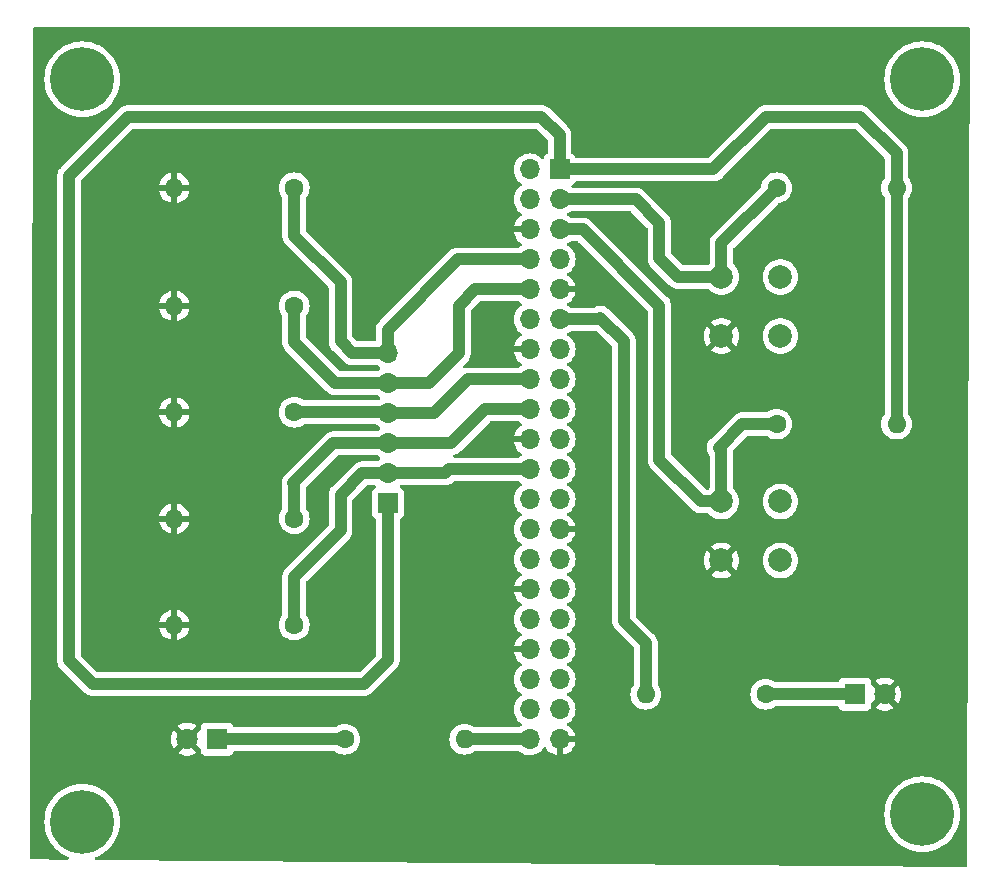
<source format=gbl>
%TF.GenerationSoftware,KiCad,Pcbnew,8.0.2*%
%TF.CreationDate,2024-05-06T17:24:37+02:00*%
%TF.ProjectId,PCB,5043422e-6b69-4636-9164-5f7063625858,rev?*%
%TF.SameCoordinates,Original*%
%TF.FileFunction,Copper,L2,Bot*%
%TF.FilePolarity,Positive*%
%FSLAX46Y46*%
G04 Gerber Fmt 4.6, Leading zero omitted, Abs format (unit mm)*
G04 Created by KiCad (PCBNEW 8.0.2) date 2024-05-06 17:24:37*
%MOMM*%
%LPD*%
G01*
G04 APERTURE LIST*
%TA.AperFunction,ComponentPad*%
%ADD10C,5.400000*%
%TD*%
%TA.AperFunction,ComponentPad*%
%ADD11C,2.000000*%
%TD*%
%TA.AperFunction,ComponentPad*%
%ADD12C,1.600000*%
%TD*%
%TA.AperFunction,ComponentPad*%
%ADD13O,1.600000X1.600000*%
%TD*%
%TA.AperFunction,ComponentPad*%
%ADD14R,1.700000X1.700000*%
%TD*%
%TA.AperFunction,ComponentPad*%
%ADD15O,1.700000X1.700000*%
%TD*%
%TA.AperFunction,ComponentPad*%
%ADD16R,1.800000X1.800000*%
%TD*%
%TA.AperFunction,ComponentPad*%
%ADD17C,1.800000*%
%TD*%
%TA.AperFunction,Conductor*%
%ADD18C,1.000000*%
%TD*%
G04 APERTURE END LIST*
D10*
%TO.P,REF\u002A\u002A,1*%
%TO.N,N/C*%
X232245000Y-116040000D03*
%TD*%
%TO.P,REF\u002A\u002A,1*%
%TO.N,N/C*%
X161125000Y-116675000D03*
%TD*%
%TO.P,REF\u002A\u002A,1*%
%TO.N,N/C*%
X232245000Y-53810000D03*
%TD*%
%TO.P,REF\u002A\u002A,1*%
%TO.N,N/C*%
X161125000Y-53810000D03*
%TD*%
D11*
%TO.P,SW2,1,1*%
%TO.N,unconnected-(SW2-Pad1)*%
X220243743Y-94550000D03*
%TO.P,SW2,2,2*%
%TO.N,unconnected-(SW2-Pad2)*%
X220243743Y-89550000D03*
%TO.P,SW2,3,3*%
%TO.N,GND*%
X215243743Y-94550000D03*
%TO.P,SW2,4,4*%
%TO.N,/OFF*%
X215243743Y-89550000D03*
%TD*%
%TO.P,SW1,1,1*%
%TO.N,unconnected-(SW1-Pad1)*%
X220243743Y-75550000D03*
%TO.P,SW1,2,2*%
%TO.N,unconnected-(SW1-Pad2)*%
X220243743Y-70550000D03*
%TO.P,SW1,3,3*%
%TO.N,GND*%
X215243743Y-75550000D03*
%TO.P,SW1,4,4*%
%TO.N,/ON*%
X215243743Y-70550000D03*
%TD*%
D12*
%TO.P,R9,1*%
%TO.N,Net-(D2-K)*%
X183350000Y-109690000D03*
D13*
%TO.P,R9,2*%
%TO.N,/BLEU*%
X193510000Y-109690000D03*
%TD*%
%TO.P,R8,2*%
%TO.N,/Jaune*%
X208840000Y-105880000D03*
D12*
%TO.P,R8,1*%
%TO.N,Net-(D1-K)*%
X219000000Y-105880000D03*
%TD*%
%TO.P,R7,1*%
%TO.N,/OFF*%
X219920000Y-83000000D03*
D13*
%TO.P,R7,2*%
%TO.N,+3.3V*%
X230080000Y-83000000D03*
%TD*%
D12*
%TO.P,R6,1*%
%TO.N,/ON*%
X219920000Y-63000000D03*
D13*
%TO.P,R6,2*%
%TO.N,+3.3V*%
X230080000Y-63000000D03*
%TD*%
%TO.P,R5,2*%
%TO.N,GND*%
X168920000Y-63000000D03*
D12*
%TO.P,R5,1*%
%TO.N,Net-(J1-Pin_6)*%
X179080000Y-63000000D03*
%TD*%
D13*
%TO.P,R4,2*%
%TO.N,GND*%
X168920000Y-73000000D03*
D12*
%TO.P,R4,1*%
%TO.N,Net-(J1-Pin_5)*%
X179080000Y-73000000D03*
%TD*%
D13*
%TO.P,R3,2*%
%TO.N,GND*%
X168920000Y-82000000D03*
D12*
%TO.P,R3,1*%
%TO.N,Net-(J1-Pin_4)*%
X179080000Y-82000000D03*
%TD*%
D13*
%TO.P,R2,2*%
%TO.N,GND*%
X168920000Y-91000000D03*
D12*
%TO.P,R2,1*%
%TO.N,Net-(J1-Pin_3)*%
X179080000Y-91000000D03*
%TD*%
%TO.P,R1,1*%
%TO.N,Net-(J1-Pin_2)*%
X179080000Y-100000000D03*
D13*
%TO.P,R1,2*%
%TO.N,GND*%
X168920000Y-100000000D03*
%TD*%
D14*
%TO.P,J1,1,Pin_1*%
%TO.N,+3.3V*%
X187000000Y-89700000D03*
D15*
%TO.P,J1,2,Pin_2*%
%TO.N,Net-(J1-Pin_2)*%
X187000000Y-87160000D03*
%TO.P,J1,3,Pin_3*%
%TO.N,Net-(J1-Pin_3)*%
X187000000Y-84620000D03*
%TO.P,J1,4,Pin_4*%
%TO.N,Net-(J1-Pin_4)*%
X187000000Y-82080000D03*
%TO.P,J1,5,Pin_5*%
%TO.N,Net-(J1-Pin_5)*%
X187000000Y-79540000D03*
%TO.P,J1,6,Pin_6*%
%TO.N,Net-(J1-Pin_6)*%
X187000000Y-77000000D03*
%TD*%
D16*
%TO.P,D2,1,K*%
%TO.N,Net-(D2-K)*%
X172555000Y-109690000D03*
D17*
%TO.P,D2,2,A*%
%TO.N,GND*%
X170015000Y-109690000D03*
%TD*%
%TO.P,D1,2,A*%
%TO.N,GND*%
X229065000Y-105880000D03*
D16*
%TO.P,D1,1,K*%
%TO.N,Net-(D1-K)*%
X226525000Y-105880000D03*
%TD*%
D15*
%TO.P,J2,40,Pin_40*%
%TO.N,/BLEU*%
X199000000Y-109700000D03*
%TO.P,J2,39,Pin_39*%
%TO.N,GND*%
X201540000Y-109700000D03*
%TO.P,J2,38,Pin_38*%
%TO.N,unconnected-(J2-Pin_38-Pad38)*%
X199000000Y-107160000D03*
%TO.P,J2,37,Pin_37*%
%TO.N,unconnected-(J2-Pin_37-Pad37)*%
X201540000Y-107160000D03*
%TO.P,J2,36,Pin_36*%
%TO.N,unconnected-(J2-Pin_36-Pad36)*%
X199000000Y-104620000D03*
%TO.P,J2,35,Pin_35*%
%TO.N,unconnected-(J2-Pin_35-Pad35)*%
X201540000Y-104620000D03*
%TO.P,J2,34,Pin_34*%
%TO.N,GND*%
X199000000Y-102080000D03*
%TO.P,J2,33,Pin_33*%
%TO.N,unconnected-(J2-Pin_33-Pad33)*%
X201540000Y-102080000D03*
%TO.P,J2,32,Pin_32*%
%TO.N,unconnected-(J2-Pin_32-Pad32)*%
X199000000Y-99540000D03*
%TO.P,J2,31,Pin_31*%
%TO.N,unconnected-(J2-Pin_31-Pad31)*%
X201540000Y-99540000D03*
%TO.P,J2,30,Pin_30*%
%TO.N,GND*%
X199000000Y-97000000D03*
%TO.P,J2,29,Pin_29*%
%TO.N,unconnected-(J2-Pin_29-Pad29)*%
X201540000Y-97000000D03*
%TO.P,J2,28,Pin_28*%
%TO.N,unconnected-(J2-Pin_28-Pad28)*%
X199000000Y-94460000D03*
%TO.P,J2,27,Pin_27*%
%TO.N,unconnected-(J2-Pin_27-Pad27)*%
X201540000Y-94460000D03*
%TO.P,J2,26,Pin_26*%
%TO.N,unconnected-(J2-Pin_26-Pad26)*%
X199000000Y-91920000D03*
%TO.P,J2,25,Pin_25*%
%TO.N,GND*%
X201540000Y-91920000D03*
%TO.P,J2,24,Pin_24*%
%TO.N,unconnected-(J2-Pin_24-Pad24)*%
X199000000Y-89380000D03*
%TO.P,J2,23,Pin_23*%
%TO.N,unconnected-(J2-Pin_23-Pad23)*%
X201540000Y-89380000D03*
%TO.P,J2,22,Pin_22*%
%TO.N,Net-(J1-Pin_2)*%
X199000000Y-86840000D03*
%TO.P,J2,21,Pin_21*%
%TO.N,unconnected-(J2-Pin_21-Pad21)*%
X201540000Y-86840000D03*
%TO.P,J2,20,Pin_20*%
%TO.N,GND*%
X199000000Y-84300000D03*
%TO.P,J2,19,Pin_19*%
%TO.N,unconnected-(J2-Pin_19-Pad19)*%
X201540000Y-84300000D03*
%TO.P,J2,18,Pin_18*%
%TO.N,Net-(J1-Pin_3)*%
X199000000Y-81760000D03*
%TO.P,J2,17,Pin_17*%
%TO.N,unconnected-(J2-Pin_17-Pad17)*%
X201540000Y-81760000D03*
%TO.P,J2,16,Pin_16*%
%TO.N,Net-(J1-Pin_4)*%
X199000000Y-79220000D03*
%TO.P,J2,15,Pin_15*%
%TO.N,unconnected-(J2-Pin_15-Pad15)*%
X201540000Y-79220000D03*
%TO.P,J2,14,Pin_14*%
%TO.N,GND*%
X199000000Y-76680000D03*
%TO.P,J2,13,Pin_13*%
%TO.N,unconnected-(J2-Pin_13-Pad13)*%
X201540000Y-76680000D03*
%TO.P,J2,12,Pin_12*%
%TO.N,unconnected-(J2-Pin_12-Pad12)*%
X199000000Y-74140000D03*
%TO.P,J2,11,Pin_11*%
%TO.N,/Jaune*%
X201540000Y-74140000D03*
%TO.P,J2,10,Pin_10*%
%TO.N,Net-(J1-Pin_5)*%
X199000000Y-71600000D03*
%TO.P,J2,9,Pin_9*%
%TO.N,GND*%
X201540000Y-71600000D03*
%TO.P,J2,8,Pin_8*%
%TO.N,Net-(J1-Pin_6)*%
X199000000Y-69060000D03*
%TO.P,J2,7,Pin_7*%
%TO.N,unconnected-(J2-Pin_7-Pad7)*%
X201540000Y-69060000D03*
%TO.P,J2,6,Pin_6*%
%TO.N,GND*%
X199000000Y-66520000D03*
%TO.P,J2,5,Pin_5*%
%TO.N,/OFF*%
X201540000Y-66520000D03*
%TO.P,J2,4,Pin_4*%
%TO.N,unconnected-(J2-Pin_4-Pad4)*%
X199000000Y-63980000D03*
%TO.P,J2,3,Pin_3*%
%TO.N,/ON*%
X201540000Y-63980000D03*
%TO.P,J2,2,Pin_2*%
%TO.N,unconnected-(J2-Pin_2-Pad2)*%
X199000000Y-61440000D03*
D14*
%TO.P,J2,1,Pin_1*%
%TO.N,+3.3V*%
X201540000Y-61440000D03*
%TD*%
D18*
%TO.N,Net-(D1-K)*%
X219000000Y-105880000D02*
X226525000Y-105880000D01*
%TO.N,/Jaune*%
X207000000Y-76000000D02*
X207000000Y-99685000D01*
X205000000Y-74000000D02*
X207000000Y-76000000D01*
X207000000Y-99685000D02*
X208840000Y-101525000D01*
X208840000Y-101525000D02*
X208840000Y-105880000D01*
X204860000Y-74140000D02*
X205000000Y-74000000D01*
X201540000Y-74140000D02*
X204860000Y-74140000D01*
%TO.N,Net-(D2-K)*%
X172555000Y-109690000D02*
X183350000Y-109690000D01*
%TO.N,/BLEU*%
X198990000Y-109690000D02*
X199000000Y-109700000D01*
X193510000Y-109690000D02*
X198990000Y-109690000D01*
%TO.N,Net-(J1-Pin_5)*%
X193000000Y-73000000D02*
X194400000Y-71600000D01*
X194400000Y-71600000D02*
X199000000Y-71600000D01*
X193000000Y-77000000D02*
X193000000Y-73000000D01*
X190460000Y-79540000D02*
X193000000Y-77000000D01*
X187000000Y-79540000D02*
X190460000Y-79540000D01*
%TO.N,Net-(J1-Pin_4)*%
X193780000Y-79220000D02*
X199000000Y-79220000D01*
X190920000Y-82080000D02*
X193780000Y-79220000D01*
X187000000Y-82080000D02*
X190920000Y-82080000D01*
%TO.N,Net-(J1-Pin_3)*%
X195240000Y-81760000D02*
X199000000Y-81760000D01*
X192380000Y-84620000D02*
X195240000Y-81760000D01*
X187000000Y-84620000D02*
X192380000Y-84620000D01*
%TO.N,Net-(J1-Pin_2)*%
X192160000Y-86840000D02*
X199000000Y-86840000D01*
X191840000Y-87160000D02*
X192160000Y-86840000D01*
X187000000Y-87160000D02*
X191840000Y-87160000D01*
%TO.N,Net-(J1-Pin_6)*%
X184000000Y-77000000D02*
X187000000Y-77000000D01*
X183000000Y-76000000D02*
X184000000Y-77000000D01*
X179080000Y-67080000D02*
X183000000Y-71000000D01*
X179080000Y-63000000D02*
X179080000Y-67080000D01*
X183000000Y-71000000D02*
X183000000Y-76000000D01*
%TO.N,Net-(J1-Pin_5)*%
X182540000Y-79540000D02*
X187000000Y-79540000D01*
X179080000Y-76080000D02*
X182540000Y-79540000D01*
X179080000Y-73000000D02*
X179080000Y-76080000D01*
%TO.N,Net-(J1-Pin_2)*%
X184840000Y-87160000D02*
X187000000Y-87160000D01*
X183000000Y-89000000D02*
X184840000Y-87160000D01*
X179080000Y-95920000D02*
X183000000Y-92000000D01*
X183000000Y-92000000D02*
X183000000Y-89000000D01*
X179080000Y-100000000D02*
X179080000Y-95920000D01*
%TO.N,Net-(J1-Pin_3)*%
X182380000Y-84620000D02*
X187000000Y-84620000D01*
X179000000Y-88000000D02*
X182380000Y-84620000D01*
X179080000Y-88080000D02*
X179000000Y-88000000D01*
X179080000Y-91000000D02*
X179080000Y-88080000D01*
%TO.N,Net-(J1-Pin_4)*%
X186920000Y-82000000D02*
X187000000Y-82080000D01*
X179080000Y-82000000D02*
X186920000Y-82000000D01*
%TO.N,Net-(J1-Pin_6)*%
X192940000Y-69060000D02*
X187000000Y-75000000D01*
X199000000Y-69060000D02*
X192940000Y-69060000D01*
X187000000Y-77000000D02*
X187000000Y-75000000D01*
%TO.N,/OFF*%
X213550000Y-89550000D02*
X215243743Y-89550000D01*
X210000000Y-73000000D02*
X210000000Y-86000000D01*
X210000000Y-86000000D02*
X213550000Y-89550000D01*
X203520000Y-66520000D02*
X210000000Y-73000000D01*
X201540000Y-66520000D02*
X203520000Y-66520000D01*
X215243743Y-85243743D02*
X215243743Y-89550000D01*
X217000000Y-83000000D02*
X215000000Y-85000000D01*
X215000000Y-85000000D02*
X215243743Y-85243743D01*
X219920000Y-83000000D02*
X217000000Y-83000000D01*
%TO.N,/ON*%
X211570000Y-70550000D02*
X215243743Y-70550000D01*
X210000000Y-68980000D02*
X211570000Y-70550000D01*
X201540000Y-63980000D02*
X207980000Y-63980000D01*
X207980000Y-63980000D02*
X210000000Y-66000000D01*
X210000000Y-66000000D02*
X210000000Y-68980000D01*
%TO.N,+3.3V*%
X214560000Y-61440000D02*
X219000000Y-57000000D01*
X201540000Y-61440000D02*
X214560000Y-61440000D01*
X227000000Y-57000000D02*
X219000000Y-57000000D01*
X187000000Y-103000000D02*
X187000000Y-89700000D01*
X162000000Y-105000000D02*
X185000000Y-105000000D01*
X185000000Y-105000000D02*
X187000000Y-103000000D01*
X160000000Y-103000000D02*
X162000000Y-105000000D01*
X165000000Y-57000000D02*
X160000000Y-62000000D01*
X201540000Y-58540000D02*
X200000000Y-57000000D01*
X160000000Y-62000000D02*
X160000000Y-103000000D01*
X201540000Y-61440000D02*
X201540000Y-58540000D01*
X200000000Y-57000000D02*
X165000000Y-57000000D01*
X230080000Y-63000000D02*
X230080000Y-60080000D01*
X230080000Y-60080000D02*
X227000000Y-57000000D01*
X230080000Y-63000000D02*
X230080000Y-83000000D01*
%TO.N,/ON*%
X215243743Y-67676257D02*
X219920000Y-63000000D01*
X215243743Y-70550000D02*
X215243743Y-67676257D01*
%TD*%
%TA.AperFunction,Conductor*%
%TO.N,GND*%
G36*
X199601257Y-58020185D02*
G01*
X199621899Y-58036819D01*
X200503181Y-58918101D01*
X200536666Y-58979424D01*
X200539500Y-59005782D01*
X200539500Y-60025858D01*
X200519815Y-60092897D01*
X200467011Y-60138652D01*
X200458847Y-60142034D01*
X200447669Y-60146204D01*
X200447664Y-60146206D01*
X200332455Y-60232452D01*
X200332452Y-60232455D01*
X200246206Y-60347664D01*
X200246203Y-60347669D01*
X200197189Y-60479083D01*
X200155317Y-60535016D01*
X200089853Y-60559433D01*
X200021580Y-60544581D01*
X199993326Y-60523430D01*
X199871402Y-60401506D01*
X199871395Y-60401501D01*
X199677834Y-60265967D01*
X199677830Y-60265965D01*
X199677828Y-60265964D01*
X199463663Y-60166097D01*
X199463659Y-60166096D01*
X199463655Y-60166094D01*
X199235413Y-60104938D01*
X199235403Y-60104936D01*
X199000001Y-60084341D01*
X198999999Y-60084341D01*
X198764596Y-60104936D01*
X198764586Y-60104938D01*
X198536344Y-60166094D01*
X198536335Y-60166098D01*
X198322171Y-60265964D01*
X198322169Y-60265965D01*
X198128597Y-60401505D01*
X197961505Y-60568597D01*
X197825965Y-60762169D01*
X197825964Y-60762171D01*
X197726098Y-60976335D01*
X197726094Y-60976344D01*
X197664938Y-61204586D01*
X197664936Y-61204596D01*
X197644341Y-61439999D01*
X197644341Y-61440000D01*
X197664936Y-61675403D01*
X197664938Y-61675413D01*
X197726094Y-61903655D01*
X197726096Y-61903659D01*
X197726097Y-61903663D01*
X197807288Y-62077778D01*
X197825965Y-62117830D01*
X197825967Y-62117834D01*
X197961501Y-62311395D01*
X197961506Y-62311402D01*
X198128597Y-62478493D01*
X198128603Y-62478498D01*
X198314158Y-62608425D01*
X198357783Y-62663002D01*
X198364977Y-62732500D01*
X198333454Y-62794855D01*
X198314158Y-62811575D01*
X198128597Y-62941505D01*
X197961505Y-63108597D01*
X197825965Y-63302169D01*
X197825964Y-63302171D01*
X197726098Y-63516335D01*
X197726094Y-63516344D01*
X197664938Y-63744586D01*
X197664936Y-63744596D01*
X197644341Y-63979999D01*
X197644341Y-63980000D01*
X197664936Y-64215403D01*
X197664938Y-64215413D01*
X197726094Y-64443655D01*
X197726096Y-64443659D01*
X197726097Y-64443663D01*
X197730000Y-64452032D01*
X197825965Y-64657830D01*
X197825967Y-64657834D01*
X197934281Y-64812521D01*
X197961501Y-64851396D01*
X197961506Y-64851402D01*
X198128597Y-65018493D01*
X198128603Y-65018498D01*
X198314594Y-65148730D01*
X198358219Y-65203307D01*
X198365413Y-65272805D01*
X198333890Y-65335160D01*
X198314595Y-65351880D01*
X198128922Y-65481890D01*
X198128920Y-65481891D01*
X197961891Y-65648920D01*
X197961886Y-65648926D01*
X197826400Y-65842420D01*
X197826399Y-65842422D01*
X197726570Y-66056507D01*
X197726567Y-66056513D01*
X197669364Y-66269999D01*
X197669364Y-66270000D01*
X198566988Y-66270000D01*
X198534075Y-66327007D01*
X198500000Y-66454174D01*
X198500000Y-66585826D01*
X198534075Y-66712993D01*
X198566988Y-66770000D01*
X197669364Y-66770000D01*
X197726567Y-66983486D01*
X197726570Y-66983492D01*
X197826399Y-67197578D01*
X197961894Y-67391082D01*
X198128917Y-67558105D01*
X198314595Y-67688119D01*
X198358219Y-67742696D01*
X198365412Y-67812195D01*
X198333890Y-67874549D01*
X198314595Y-67891269D01*
X198128594Y-68021508D01*
X198126922Y-68023181D01*
X198126000Y-68023684D01*
X198124449Y-68024986D01*
X198124187Y-68024674D01*
X198065599Y-68056666D01*
X198039241Y-68059500D01*
X193044675Y-68059500D01*
X193044655Y-68059499D01*
X193038541Y-68059499D01*
X192841460Y-68059499D01*
X192841457Y-68059499D01*
X192648172Y-68097946D01*
X192648164Y-68097948D01*
X192466088Y-68173366D01*
X192466079Y-68173371D01*
X192302219Y-68282859D01*
X192302215Y-68282862D01*
X187835080Y-72749999D01*
X186362220Y-74222859D01*
X186362218Y-74222861D01*
X186306208Y-74278871D01*
X186222859Y-74362219D01*
X186113371Y-74526079D01*
X186113364Y-74526092D01*
X186037950Y-74708160D01*
X186037947Y-74708170D01*
X185999500Y-74901456D01*
X185999500Y-75875500D01*
X185979815Y-75942539D01*
X185927011Y-75988294D01*
X185875500Y-75999500D01*
X184465783Y-75999500D01*
X184398744Y-75979815D01*
X184378102Y-75963181D01*
X184036819Y-75621898D01*
X184003334Y-75560575D01*
X184000500Y-75534217D01*
X184000500Y-70901456D01*
X183962052Y-70708170D01*
X183962051Y-70708169D01*
X183962051Y-70708165D01*
X183902616Y-70564674D01*
X183886635Y-70526092D01*
X183886628Y-70526079D01*
X183777139Y-70362218D01*
X183777136Y-70362214D01*
X183634686Y-70219764D01*
X183634655Y-70219735D01*
X180116819Y-66701899D01*
X180083334Y-66640576D01*
X180080500Y-66614218D01*
X180080500Y-63877588D01*
X180100185Y-63810549D01*
X180102925Y-63806465D01*
X180210568Y-63652734D01*
X180306739Y-63446496D01*
X180365635Y-63226692D01*
X180385468Y-63000000D01*
X180385356Y-62998724D01*
X180377766Y-62911967D01*
X180365635Y-62773308D01*
X180306739Y-62553504D01*
X180210568Y-62347266D01*
X180080047Y-62160861D01*
X180080045Y-62160858D01*
X179919141Y-61999954D01*
X179732734Y-61869432D01*
X179732732Y-61869431D01*
X179526497Y-61773261D01*
X179526488Y-61773258D01*
X179306697Y-61714366D01*
X179306693Y-61714365D01*
X179306692Y-61714365D01*
X179306691Y-61714364D01*
X179306686Y-61714364D01*
X179080002Y-61694532D01*
X179079998Y-61694532D01*
X178853313Y-61714364D01*
X178853302Y-61714366D01*
X178633511Y-61773258D01*
X178633502Y-61773261D01*
X178427267Y-61869431D01*
X178427265Y-61869432D01*
X178240858Y-61999954D01*
X178079954Y-62160858D01*
X177949432Y-62347265D01*
X177949431Y-62347267D01*
X177853261Y-62553502D01*
X177853258Y-62553511D01*
X177794366Y-62773302D01*
X177794364Y-62773313D01*
X177774532Y-62999998D01*
X177774532Y-63000001D01*
X177794364Y-63226686D01*
X177794366Y-63226697D01*
X177853258Y-63446488D01*
X177853261Y-63446497D01*
X177949431Y-63652732D01*
X177949432Y-63652734D01*
X178057075Y-63806465D01*
X178079402Y-63872671D01*
X178079500Y-63877588D01*
X178079500Y-67178544D01*
X178117946Y-67371828D01*
X178117948Y-67371832D01*
X178117949Y-67371836D01*
X178126053Y-67391401D01*
X178193364Y-67553907D01*
X178193371Y-67553920D01*
X178302860Y-67717781D01*
X178302863Y-67717785D01*
X178446537Y-67861459D01*
X178446559Y-67861479D01*
X181963181Y-71378101D01*
X181996666Y-71439424D01*
X181999500Y-71465782D01*
X181999500Y-76098541D01*
X181999500Y-76098543D01*
X181999499Y-76098543D01*
X182037947Y-76291829D01*
X182037950Y-76291839D01*
X182113364Y-76473907D01*
X182113371Y-76473920D01*
X182222859Y-76637780D01*
X182222860Y-76637781D01*
X182222861Y-76637782D01*
X182362218Y-76777139D01*
X182362219Y-76777139D01*
X182369286Y-76784206D01*
X182369285Y-76784206D01*
X182369289Y-76784209D01*
X183362215Y-77777137D01*
X183362219Y-77777140D01*
X183526079Y-77886628D01*
X183526085Y-77886631D01*
X183526086Y-77886632D01*
X183708165Y-77962052D01*
X183901455Y-78000500D01*
X183901458Y-78000501D01*
X183901460Y-78000501D01*
X184104655Y-78000501D01*
X184104675Y-78000500D01*
X186039242Y-78000500D01*
X186106281Y-78020185D01*
X186126923Y-78036819D01*
X186128597Y-78038493D01*
X186128603Y-78038498D01*
X186314158Y-78168425D01*
X186357783Y-78223002D01*
X186364977Y-78292500D01*
X186333454Y-78354855D01*
X186314158Y-78371575D01*
X186128597Y-78501505D01*
X186126922Y-78503181D01*
X186126000Y-78503684D01*
X186124449Y-78504986D01*
X186124187Y-78504674D01*
X186065599Y-78536666D01*
X186039241Y-78539500D01*
X183005782Y-78539500D01*
X182938743Y-78519815D01*
X182918101Y-78503181D01*
X180116819Y-75701899D01*
X180083334Y-75640576D01*
X180080500Y-75614218D01*
X180080500Y-73877588D01*
X180100185Y-73810549D01*
X180102925Y-73806465D01*
X180210568Y-73652734D01*
X180306739Y-73446496D01*
X180365635Y-73226692D01*
X180385468Y-73000000D01*
X180365635Y-72773308D01*
X180306739Y-72553504D01*
X180210568Y-72347266D01*
X180080047Y-72160861D01*
X180080045Y-72160858D01*
X179919141Y-71999954D01*
X179732734Y-71869432D01*
X179732732Y-71869431D01*
X179526497Y-71773261D01*
X179526488Y-71773258D01*
X179306697Y-71714366D01*
X179306693Y-71714365D01*
X179306692Y-71714365D01*
X179306691Y-71714364D01*
X179306686Y-71714364D01*
X179080002Y-71694532D01*
X179079998Y-71694532D01*
X178853313Y-71714364D01*
X178853302Y-71714366D01*
X178633511Y-71773258D01*
X178633502Y-71773261D01*
X178427267Y-71869431D01*
X178427265Y-71869432D01*
X178240858Y-71999954D01*
X178079954Y-72160858D01*
X177949432Y-72347265D01*
X177949431Y-72347267D01*
X177853261Y-72553502D01*
X177853258Y-72553511D01*
X177794366Y-72773302D01*
X177794364Y-72773313D01*
X177774532Y-72999998D01*
X177774532Y-73000001D01*
X177794364Y-73226686D01*
X177794366Y-73226697D01*
X177853258Y-73446488D01*
X177853261Y-73446497D01*
X177880531Y-73504977D01*
X177949432Y-73652734D01*
X177965957Y-73676335D01*
X178057075Y-73806465D01*
X178079402Y-73872671D01*
X178079500Y-73877588D01*
X178079500Y-76178541D01*
X178079500Y-76178543D01*
X178079499Y-76178543D01*
X178117947Y-76371829D01*
X178117950Y-76371839D01*
X178193364Y-76553907D01*
X178193371Y-76553920D01*
X178302860Y-76717781D01*
X178302863Y-76717785D01*
X178446537Y-76861459D01*
X178446559Y-76861479D01*
X181759735Y-80174655D01*
X181759764Y-80174686D01*
X181902214Y-80317136D01*
X181902218Y-80317139D01*
X182066079Y-80426628D01*
X182066092Y-80426635D01*
X182194833Y-80479961D01*
X182219070Y-80490000D01*
X182248164Y-80502051D01*
X182344812Y-80521275D01*
X182393135Y-80530887D01*
X182441458Y-80540500D01*
X182441459Y-80540500D01*
X182441460Y-80540500D01*
X182638540Y-80540500D01*
X186039242Y-80540500D01*
X186106281Y-80560185D01*
X186126923Y-80576819D01*
X186128597Y-80578493D01*
X186128603Y-80578498D01*
X186314158Y-80708425D01*
X186357783Y-80763002D01*
X186364977Y-80832500D01*
X186333454Y-80894855D01*
X186314158Y-80911575D01*
X186220614Y-80977075D01*
X186154410Y-80999402D01*
X186149492Y-80999500D01*
X179957588Y-80999500D01*
X179890549Y-80979815D01*
X179886465Y-80977075D01*
X179760107Y-80888599D01*
X179732734Y-80869432D01*
X179732732Y-80869431D01*
X179526497Y-80773261D01*
X179526488Y-80773258D01*
X179306697Y-80714366D01*
X179306693Y-80714365D01*
X179306692Y-80714365D01*
X179306691Y-80714364D01*
X179306686Y-80714364D01*
X179080002Y-80694532D01*
X179079998Y-80694532D01*
X178853313Y-80714364D01*
X178853302Y-80714366D01*
X178633511Y-80773258D01*
X178633502Y-80773261D01*
X178427267Y-80869431D01*
X178427265Y-80869432D01*
X178240858Y-80999954D01*
X178079954Y-81160858D01*
X177949432Y-81347265D01*
X177949431Y-81347267D01*
X177853261Y-81553502D01*
X177853258Y-81553511D01*
X177794366Y-81773302D01*
X177794364Y-81773313D01*
X177774532Y-81999998D01*
X177774532Y-82000001D01*
X177794364Y-82226686D01*
X177794366Y-82226697D01*
X177853258Y-82446488D01*
X177853261Y-82446497D01*
X177949431Y-82652732D01*
X177949432Y-82652734D01*
X178079954Y-82839141D01*
X178240858Y-83000045D01*
X178269301Y-83019961D01*
X178427266Y-83130568D01*
X178633504Y-83226739D01*
X178853308Y-83285635D01*
X179015230Y-83299801D01*
X179079998Y-83305468D01*
X179080000Y-83305468D01*
X179080002Y-83305468D01*
X179136673Y-83300509D01*
X179306692Y-83285635D01*
X179526496Y-83226739D01*
X179732734Y-83130568D01*
X179886465Y-83022924D01*
X179952671Y-83000598D01*
X179957588Y-83000500D01*
X185959242Y-83000500D01*
X186026281Y-83020185D01*
X186046923Y-83036819D01*
X186128597Y-83118493D01*
X186128603Y-83118498D01*
X186314158Y-83248425D01*
X186357783Y-83303002D01*
X186364977Y-83372500D01*
X186333454Y-83434855D01*
X186314158Y-83451575D01*
X186128597Y-83581505D01*
X186126922Y-83583181D01*
X186126000Y-83583684D01*
X186124449Y-83584986D01*
X186124187Y-83584674D01*
X186065599Y-83616666D01*
X186039241Y-83619500D01*
X182281457Y-83619500D01*
X182220189Y-83631687D01*
X182189555Y-83637781D01*
X182088167Y-83657947D01*
X182088159Y-83657950D01*
X182034834Y-83680037D01*
X182034834Y-83680038D01*
X181989315Y-83698892D01*
X181906089Y-83733366D01*
X181906079Y-83733371D01*
X181742219Y-83842859D01*
X181685178Y-83899901D01*
X181602861Y-83982218D01*
X181602858Y-83982221D01*
X178362219Y-87222861D01*
X178292539Y-87292541D01*
X178222859Y-87362220D01*
X178113372Y-87526079D01*
X178113367Y-87526089D01*
X178037949Y-87708163D01*
X178037947Y-87708171D01*
X177999500Y-87901455D01*
X177999500Y-88098544D01*
X178037947Y-88291828D01*
X178037949Y-88291836D01*
X178070061Y-88369360D01*
X178079500Y-88416813D01*
X178079500Y-90122410D01*
X178059815Y-90189449D01*
X178057076Y-90193532D01*
X177949431Y-90347267D01*
X177853261Y-90553502D01*
X177853258Y-90553511D01*
X177794366Y-90773302D01*
X177794364Y-90773313D01*
X177774532Y-90999998D01*
X177774532Y-91000001D01*
X177794364Y-91226686D01*
X177794366Y-91226697D01*
X177853258Y-91446488D01*
X177853261Y-91446497D01*
X177949431Y-91652732D01*
X177949432Y-91652734D01*
X178079954Y-91839141D01*
X178240858Y-92000045D01*
X178240861Y-92000047D01*
X178427266Y-92130568D01*
X178633504Y-92226739D01*
X178853308Y-92285635D01*
X179015230Y-92299801D01*
X179079998Y-92305468D01*
X179080000Y-92305468D01*
X179080002Y-92305468D01*
X179136673Y-92300509D01*
X179306692Y-92285635D01*
X179526496Y-92226739D01*
X179732734Y-92130568D01*
X179919139Y-92000047D01*
X180080047Y-91839139D01*
X180210568Y-91652734D01*
X180306739Y-91446496D01*
X180365635Y-91226692D01*
X180385468Y-91000000D01*
X180365635Y-90773308D01*
X180306739Y-90553504D01*
X180210568Y-90347266D01*
X180102924Y-90193532D01*
X180080597Y-90127326D01*
X180080500Y-90122410D01*
X180080500Y-88385782D01*
X180100185Y-88318743D01*
X180116819Y-88298101D01*
X182758101Y-85656819D01*
X182819424Y-85623334D01*
X182845782Y-85620500D01*
X186039242Y-85620500D01*
X186106281Y-85640185D01*
X186126923Y-85656819D01*
X186128597Y-85658493D01*
X186128603Y-85658498D01*
X186314158Y-85788425D01*
X186357783Y-85843002D01*
X186364977Y-85912500D01*
X186333454Y-85974855D01*
X186314158Y-85991575D01*
X186128597Y-86121505D01*
X186126922Y-86123181D01*
X186126000Y-86123684D01*
X186124449Y-86124986D01*
X186124187Y-86124674D01*
X186065599Y-86156666D01*
X186039241Y-86159500D01*
X184741455Y-86159500D01*
X184644812Y-86178724D01*
X184548167Y-86197947D01*
X184548161Y-86197949D01*
X184494834Y-86220037D01*
X184494834Y-86220038D01*
X184449315Y-86238892D01*
X184366089Y-86273366D01*
X184366079Y-86273371D01*
X184202219Y-86382859D01*
X184132540Y-86452538D01*
X184062861Y-86522218D01*
X184062858Y-86522221D01*
X182362221Y-88222858D01*
X182362218Y-88222861D01*
X182295555Y-88289524D01*
X182222859Y-88362219D01*
X182113371Y-88526080D01*
X182113364Y-88526093D01*
X182074858Y-88619058D01*
X182074858Y-88619059D01*
X182037949Y-88708164D01*
X182031175Y-88742218D01*
X181999500Y-88901456D01*
X181999500Y-91534217D01*
X181979815Y-91601256D01*
X181963181Y-91621898D01*
X180163578Y-93421501D01*
X178442221Y-95142858D01*
X178442218Y-95142861D01*
X178372538Y-95212540D01*
X178302859Y-95282219D01*
X178193369Y-95446084D01*
X178193368Y-95446084D01*
X178187399Y-95460498D01*
X178187398Y-95460500D01*
X178117949Y-95628163D01*
X178117947Y-95628171D01*
X178098724Y-95724812D01*
X178079500Y-95821455D01*
X178079500Y-99122410D01*
X178059815Y-99189449D01*
X178057076Y-99193532D01*
X177949431Y-99347267D01*
X177853261Y-99553502D01*
X177853258Y-99553511D01*
X177794366Y-99773302D01*
X177794364Y-99773313D01*
X177774532Y-99999998D01*
X177774532Y-100000001D01*
X177794364Y-100226686D01*
X177794366Y-100226697D01*
X177853258Y-100446488D01*
X177853261Y-100446497D01*
X177949431Y-100652732D01*
X177949432Y-100652734D01*
X178079954Y-100839141D01*
X178240858Y-101000045D01*
X178240861Y-101000047D01*
X178427266Y-101130568D01*
X178633504Y-101226739D01*
X178633509Y-101226740D01*
X178633511Y-101226741D01*
X178686415Y-101240916D01*
X178853308Y-101285635D01*
X179015230Y-101299801D01*
X179079998Y-101305468D01*
X179080000Y-101305468D01*
X179080002Y-101305468D01*
X179136673Y-101300509D01*
X179306692Y-101285635D01*
X179526496Y-101226739D01*
X179732734Y-101130568D01*
X179919139Y-101000047D01*
X180080047Y-100839139D01*
X180210568Y-100652734D01*
X180306739Y-100446496D01*
X180365635Y-100226692D01*
X180384415Y-100012032D01*
X180385468Y-100000001D01*
X180385468Y-99999998D01*
X180371960Y-99845606D01*
X180365635Y-99773308D01*
X180319198Y-99600000D01*
X180306741Y-99553511D01*
X180306738Y-99553502D01*
X180210568Y-99347267D01*
X180210568Y-99347266D01*
X180102924Y-99193532D01*
X180080597Y-99127326D01*
X180080500Y-99122410D01*
X180080500Y-96385781D01*
X180100185Y-96318742D01*
X180116814Y-96298105D01*
X183637778Y-92777141D01*
X183637782Y-92777139D01*
X183777139Y-92637782D01*
X183886632Y-92473914D01*
X183962051Y-92291835D01*
X183986286Y-92170000D01*
X184000500Y-92098543D01*
X184000500Y-89465782D01*
X184020185Y-89398743D01*
X184036819Y-89378101D01*
X185218101Y-88196819D01*
X185279424Y-88163334D01*
X185305782Y-88160500D01*
X185879140Y-88160500D01*
X185946179Y-88180185D01*
X185991934Y-88232989D01*
X186001878Y-88302147D01*
X185972853Y-88365703D01*
X185922473Y-88400682D01*
X185907671Y-88406202D01*
X185907664Y-88406206D01*
X185792455Y-88492452D01*
X185792452Y-88492455D01*
X185706206Y-88607664D01*
X185706202Y-88607671D01*
X185655908Y-88742517D01*
X185649501Y-88802116D01*
X185649501Y-88802123D01*
X185649500Y-88802135D01*
X185649500Y-90597870D01*
X185649501Y-90597876D01*
X185655908Y-90657483D01*
X185706202Y-90792328D01*
X185706206Y-90792335D01*
X185792452Y-90907544D01*
X185792455Y-90907547D01*
X185907665Y-90993794D01*
X185907667Y-90993794D01*
X185907669Y-90993796D01*
X185918830Y-90997958D01*
X185974764Y-91039826D01*
X185999184Y-91105289D01*
X185999500Y-91114141D01*
X185999500Y-102534218D01*
X185979815Y-102601257D01*
X185963181Y-102621899D01*
X184621899Y-103963181D01*
X184560576Y-103996666D01*
X184534218Y-103999500D01*
X162465782Y-103999500D01*
X162398743Y-103979815D01*
X162378101Y-103963181D01*
X161036819Y-102621899D01*
X161003334Y-102560576D01*
X161000500Y-102534218D01*
X161000500Y-99749999D01*
X167641127Y-99749999D01*
X167641128Y-99750000D01*
X168604314Y-99750000D01*
X168599920Y-99754394D01*
X168547259Y-99845606D01*
X168520000Y-99947339D01*
X168520000Y-100052661D01*
X168547259Y-100154394D01*
X168599920Y-100245606D01*
X168604314Y-100250000D01*
X167641128Y-100250000D01*
X167693730Y-100446317D01*
X167693734Y-100446326D01*
X167789865Y-100652482D01*
X167920342Y-100838820D01*
X168081179Y-100999657D01*
X168267517Y-101130134D01*
X168473673Y-101226265D01*
X168473682Y-101226269D01*
X168669999Y-101278872D01*
X168670000Y-101278871D01*
X168670000Y-100315686D01*
X168674394Y-100320080D01*
X168765606Y-100372741D01*
X168867339Y-100400000D01*
X168972661Y-100400000D01*
X169074394Y-100372741D01*
X169165606Y-100320080D01*
X169170000Y-100315686D01*
X169170000Y-101278872D01*
X169366317Y-101226269D01*
X169366326Y-101226265D01*
X169572482Y-101130134D01*
X169758820Y-100999657D01*
X169919657Y-100838820D01*
X170050134Y-100652482D01*
X170146265Y-100446326D01*
X170146269Y-100446317D01*
X170198872Y-100250000D01*
X169235686Y-100250000D01*
X169240080Y-100245606D01*
X169292741Y-100154394D01*
X169320000Y-100052661D01*
X169320000Y-99947339D01*
X169292741Y-99845606D01*
X169240080Y-99754394D01*
X169235686Y-99750000D01*
X170198872Y-99750000D01*
X170198872Y-99749999D01*
X170146269Y-99553682D01*
X170146265Y-99553673D01*
X170050134Y-99347517D01*
X169919657Y-99161179D01*
X169758820Y-99000342D01*
X169572482Y-98869865D01*
X169366328Y-98773734D01*
X169170000Y-98721127D01*
X169170000Y-99684314D01*
X169165606Y-99679920D01*
X169074394Y-99627259D01*
X168972661Y-99600000D01*
X168867339Y-99600000D01*
X168765606Y-99627259D01*
X168674394Y-99679920D01*
X168670000Y-99684314D01*
X168670000Y-98721127D01*
X168473671Y-98773734D01*
X168267517Y-98869865D01*
X168081179Y-99000342D01*
X167920342Y-99161179D01*
X167789865Y-99347517D01*
X167693734Y-99553673D01*
X167693730Y-99553682D01*
X167641127Y-99749999D01*
X161000500Y-99749999D01*
X161000500Y-90749999D01*
X167641127Y-90749999D01*
X167641128Y-90750000D01*
X168604314Y-90750000D01*
X168599920Y-90754394D01*
X168547259Y-90845606D01*
X168520000Y-90947339D01*
X168520000Y-91052661D01*
X168547259Y-91154394D01*
X168599920Y-91245606D01*
X168604314Y-91250000D01*
X167641128Y-91250000D01*
X167693730Y-91446317D01*
X167693734Y-91446326D01*
X167789865Y-91652482D01*
X167920342Y-91838820D01*
X168081179Y-91999657D01*
X168267517Y-92130134D01*
X168473673Y-92226265D01*
X168473682Y-92226269D01*
X168669999Y-92278872D01*
X168670000Y-92278871D01*
X168670000Y-91315686D01*
X168674394Y-91320080D01*
X168765606Y-91372741D01*
X168867339Y-91400000D01*
X168972661Y-91400000D01*
X169074394Y-91372741D01*
X169165606Y-91320080D01*
X169170000Y-91315686D01*
X169170000Y-92278872D01*
X169366317Y-92226269D01*
X169366326Y-92226265D01*
X169572482Y-92130134D01*
X169758820Y-91999657D01*
X169919657Y-91838820D01*
X170050134Y-91652482D01*
X170146265Y-91446326D01*
X170146269Y-91446317D01*
X170198872Y-91250000D01*
X169235686Y-91250000D01*
X169240080Y-91245606D01*
X169292741Y-91154394D01*
X169320000Y-91052661D01*
X169320000Y-90947339D01*
X169292741Y-90845606D01*
X169240080Y-90754394D01*
X169235686Y-90750000D01*
X170198872Y-90750000D01*
X170198872Y-90749999D01*
X170146269Y-90553682D01*
X170146265Y-90553673D01*
X170050134Y-90347517D01*
X169919657Y-90161179D01*
X169758820Y-90000342D01*
X169572482Y-89869865D01*
X169366328Y-89773734D01*
X169170000Y-89721127D01*
X169170000Y-90684314D01*
X169165606Y-90679920D01*
X169074394Y-90627259D01*
X168972661Y-90600000D01*
X168867339Y-90600000D01*
X168765606Y-90627259D01*
X168674394Y-90679920D01*
X168670000Y-90684314D01*
X168670000Y-89721127D01*
X168473671Y-89773734D01*
X168267517Y-89869865D01*
X168081179Y-90000342D01*
X167920342Y-90161179D01*
X167789865Y-90347517D01*
X167693734Y-90553673D01*
X167693730Y-90553682D01*
X167641127Y-90749999D01*
X161000500Y-90749999D01*
X161000500Y-81749999D01*
X167641127Y-81749999D01*
X167641128Y-81750000D01*
X168604314Y-81750000D01*
X168599920Y-81754394D01*
X168547259Y-81845606D01*
X168520000Y-81947339D01*
X168520000Y-82052661D01*
X168547259Y-82154394D01*
X168599920Y-82245606D01*
X168604314Y-82250000D01*
X167641128Y-82250000D01*
X167693730Y-82446317D01*
X167693734Y-82446326D01*
X167789865Y-82652482D01*
X167920342Y-82838820D01*
X168081179Y-82999657D01*
X168267517Y-83130134D01*
X168473673Y-83226265D01*
X168473682Y-83226269D01*
X168669999Y-83278872D01*
X168670000Y-83278871D01*
X168670000Y-82315686D01*
X168674394Y-82320080D01*
X168765606Y-82372741D01*
X168867339Y-82400000D01*
X168972661Y-82400000D01*
X169074394Y-82372741D01*
X169165606Y-82320080D01*
X169170000Y-82315686D01*
X169170000Y-83278872D01*
X169366317Y-83226269D01*
X169366326Y-83226265D01*
X169572482Y-83130134D01*
X169758820Y-82999657D01*
X169919657Y-82838820D01*
X170050134Y-82652482D01*
X170146265Y-82446326D01*
X170146269Y-82446317D01*
X170198872Y-82250000D01*
X169235686Y-82250000D01*
X169240080Y-82245606D01*
X169292741Y-82154394D01*
X169320000Y-82052661D01*
X169320000Y-81947339D01*
X169292741Y-81845606D01*
X169240080Y-81754394D01*
X169235686Y-81750000D01*
X170198872Y-81750000D01*
X170198872Y-81749999D01*
X170146269Y-81553682D01*
X170146265Y-81553673D01*
X170050134Y-81347517D01*
X169919657Y-81161179D01*
X169758820Y-81000342D01*
X169572482Y-80869865D01*
X169366328Y-80773734D01*
X169170000Y-80721127D01*
X169170000Y-81684314D01*
X169165606Y-81679920D01*
X169074394Y-81627259D01*
X168972661Y-81600000D01*
X168867339Y-81600000D01*
X168765606Y-81627259D01*
X168674394Y-81679920D01*
X168670000Y-81684314D01*
X168670000Y-80721127D01*
X168473671Y-80773734D01*
X168267517Y-80869865D01*
X168081179Y-81000342D01*
X167920342Y-81161179D01*
X167789865Y-81347517D01*
X167693734Y-81553673D01*
X167693730Y-81553682D01*
X167641127Y-81749999D01*
X161000500Y-81749999D01*
X161000500Y-72749999D01*
X167641127Y-72749999D01*
X167641128Y-72750000D01*
X168604314Y-72750000D01*
X168599920Y-72754394D01*
X168547259Y-72845606D01*
X168520000Y-72947339D01*
X168520000Y-73052661D01*
X168547259Y-73154394D01*
X168599920Y-73245606D01*
X168604314Y-73250000D01*
X167641128Y-73250000D01*
X167693730Y-73446317D01*
X167693734Y-73446326D01*
X167789865Y-73652482D01*
X167920342Y-73838820D01*
X168081179Y-73999657D01*
X168267517Y-74130134D01*
X168473673Y-74226265D01*
X168473682Y-74226269D01*
X168669999Y-74278872D01*
X168670000Y-74278871D01*
X168670000Y-73315686D01*
X168674394Y-73320080D01*
X168765606Y-73372741D01*
X168867339Y-73400000D01*
X168972661Y-73400000D01*
X169074394Y-73372741D01*
X169165606Y-73320080D01*
X169170000Y-73315686D01*
X169170000Y-74278872D01*
X169366317Y-74226269D01*
X169366326Y-74226265D01*
X169572482Y-74130134D01*
X169758820Y-73999657D01*
X169919657Y-73838820D01*
X170050134Y-73652482D01*
X170146265Y-73446326D01*
X170146269Y-73446317D01*
X170198872Y-73250000D01*
X169235686Y-73250000D01*
X169240080Y-73245606D01*
X169292741Y-73154394D01*
X169320000Y-73052661D01*
X169320000Y-72947339D01*
X169292741Y-72845606D01*
X169240080Y-72754394D01*
X169235686Y-72750000D01*
X170198872Y-72750000D01*
X170198872Y-72749999D01*
X170146269Y-72553682D01*
X170146265Y-72553673D01*
X170050134Y-72347517D01*
X169919657Y-72161179D01*
X169758820Y-72000342D01*
X169572482Y-71869865D01*
X169366328Y-71773734D01*
X169170000Y-71721127D01*
X169170000Y-72684314D01*
X169165606Y-72679920D01*
X169074394Y-72627259D01*
X168972661Y-72600000D01*
X168867339Y-72600000D01*
X168765606Y-72627259D01*
X168674394Y-72679920D01*
X168670000Y-72684314D01*
X168670000Y-71721127D01*
X168473671Y-71773734D01*
X168267517Y-71869865D01*
X168081179Y-72000342D01*
X167920342Y-72161179D01*
X167789865Y-72347517D01*
X167693734Y-72553673D01*
X167693730Y-72553682D01*
X167641127Y-72749999D01*
X161000500Y-72749999D01*
X161000500Y-62749999D01*
X167641127Y-62749999D01*
X167641128Y-62750000D01*
X168604314Y-62750000D01*
X168599920Y-62754394D01*
X168547259Y-62845606D01*
X168520000Y-62947339D01*
X168520000Y-63052661D01*
X168547259Y-63154394D01*
X168599920Y-63245606D01*
X168604314Y-63250000D01*
X167641128Y-63250000D01*
X167693730Y-63446317D01*
X167693734Y-63446326D01*
X167789865Y-63652482D01*
X167920342Y-63838820D01*
X168081179Y-63999657D01*
X168267517Y-64130134D01*
X168473673Y-64226265D01*
X168473682Y-64226269D01*
X168669999Y-64278872D01*
X168670000Y-64278871D01*
X168670000Y-63315686D01*
X168674394Y-63320080D01*
X168765606Y-63372741D01*
X168867339Y-63400000D01*
X168972661Y-63400000D01*
X169074394Y-63372741D01*
X169165606Y-63320080D01*
X169170000Y-63315686D01*
X169170000Y-64278872D01*
X169366317Y-64226269D01*
X169366326Y-64226265D01*
X169572482Y-64130134D01*
X169758820Y-63999657D01*
X169919657Y-63838820D01*
X170050134Y-63652482D01*
X170146265Y-63446326D01*
X170146269Y-63446317D01*
X170198872Y-63250000D01*
X169235686Y-63250000D01*
X169240080Y-63245606D01*
X169292741Y-63154394D01*
X169320000Y-63052661D01*
X169320000Y-62947339D01*
X169292741Y-62845606D01*
X169240080Y-62754394D01*
X169235686Y-62750000D01*
X170198872Y-62750000D01*
X170198872Y-62749999D01*
X170146269Y-62553682D01*
X170146265Y-62553673D01*
X170050134Y-62347517D01*
X169919657Y-62161179D01*
X169758820Y-62000342D01*
X169572482Y-61869865D01*
X169366328Y-61773734D01*
X169170000Y-61721127D01*
X169170000Y-62684314D01*
X169165606Y-62679920D01*
X169074394Y-62627259D01*
X168972661Y-62600000D01*
X168867339Y-62600000D01*
X168765606Y-62627259D01*
X168674394Y-62679920D01*
X168670000Y-62684314D01*
X168670000Y-61721127D01*
X168473671Y-61773734D01*
X168267517Y-61869865D01*
X168081179Y-62000342D01*
X167920342Y-62161179D01*
X167789865Y-62347517D01*
X167693734Y-62553673D01*
X167693730Y-62553682D01*
X167641127Y-62749999D01*
X161000500Y-62749999D01*
X161000500Y-62465782D01*
X161020185Y-62398743D01*
X161036819Y-62378101D01*
X165378101Y-58036819D01*
X165439424Y-58003334D01*
X165465782Y-58000500D01*
X199534218Y-58000500D01*
X199601257Y-58020185D01*
G37*
%TD.AperFunction*%
%TA.AperFunction,Conductor*%
G36*
X198106281Y-82780185D02*
G01*
X198126923Y-82796819D01*
X198128597Y-82798493D01*
X198128603Y-82798498D01*
X198314594Y-82928730D01*
X198358219Y-82983307D01*
X198365413Y-83052805D01*
X198333890Y-83115160D01*
X198314595Y-83131880D01*
X198128922Y-83261890D01*
X198128920Y-83261891D01*
X197961891Y-83428920D01*
X197961886Y-83428926D01*
X197826400Y-83622420D01*
X197826399Y-83622422D01*
X197726570Y-83836507D01*
X197726567Y-83836513D01*
X197669364Y-84049999D01*
X197669364Y-84050000D01*
X198566988Y-84050000D01*
X198534075Y-84107007D01*
X198500000Y-84234174D01*
X198500000Y-84365826D01*
X198534075Y-84492993D01*
X198566988Y-84550000D01*
X197669364Y-84550000D01*
X197726567Y-84763486D01*
X197726570Y-84763492D01*
X197826399Y-84977578D01*
X197961894Y-85171082D01*
X198128917Y-85338105D01*
X198314595Y-85468119D01*
X198358219Y-85522696D01*
X198365412Y-85592195D01*
X198333890Y-85654549D01*
X198314595Y-85671269D01*
X198128594Y-85801508D01*
X198126922Y-85803181D01*
X198126000Y-85803684D01*
X198124449Y-85804986D01*
X198124187Y-85804674D01*
X198065599Y-85836666D01*
X198039241Y-85839500D01*
X192636543Y-85839500D01*
X192569504Y-85819815D01*
X192523749Y-85767011D01*
X192513805Y-85697853D01*
X192542830Y-85634297D01*
X192601608Y-85596523D01*
X192612340Y-85593885D01*
X192671836Y-85582051D01*
X192725165Y-85559961D01*
X192853914Y-85506632D01*
X193017782Y-85397139D01*
X193157139Y-85257782D01*
X193157140Y-85257779D01*
X193164206Y-85250714D01*
X193164208Y-85250710D01*
X195618101Y-82796819D01*
X195679424Y-82763334D01*
X195705782Y-82760500D01*
X198039242Y-82760500D01*
X198106281Y-82780185D01*
G37*
%TD.AperFunction*%
%TA.AperFunction,Conductor*%
G36*
X198106281Y-72620185D02*
G01*
X198126923Y-72636819D01*
X198128597Y-72638493D01*
X198128603Y-72638498D01*
X198314158Y-72768425D01*
X198357783Y-72823002D01*
X198364977Y-72892500D01*
X198333454Y-72954855D01*
X198314158Y-72971575D01*
X198128597Y-73101505D01*
X197961505Y-73268597D01*
X197825965Y-73462169D01*
X197825964Y-73462171D01*
X197726098Y-73676335D01*
X197726094Y-73676344D01*
X197664938Y-73904586D01*
X197664936Y-73904596D01*
X197644341Y-74139999D01*
X197644341Y-74140000D01*
X197664936Y-74375403D01*
X197664938Y-74375413D01*
X197726094Y-74603655D01*
X197726096Y-74603659D01*
X197726097Y-74603663D01*
X197730000Y-74612032D01*
X197825965Y-74817830D01*
X197825967Y-74817834D01*
X197934281Y-74972521D01*
X197961505Y-75011401D01*
X198128599Y-75178495D01*
X198305249Y-75302187D01*
X198314594Y-75308730D01*
X198358219Y-75363307D01*
X198365413Y-75432805D01*
X198333890Y-75495160D01*
X198314595Y-75511880D01*
X198128922Y-75641890D01*
X198128920Y-75641891D01*
X197961891Y-75808920D01*
X197961886Y-75808926D01*
X197826400Y-76002420D01*
X197826399Y-76002422D01*
X197726570Y-76216507D01*
X197726567Y-76216513D01*
X197669364Y-76429999D01*
X197669364Y-76430000D01*
X198566988Y-76430000D01*
X198534075Y-76487007D01*
X198500000Y-76614174D01*
X198500000Y-76745826D01*
X198534075Y-76872993D01*
X198566988Y-76930000D01*
X197669364Y-76930000D01*
X197726567Y-77143486D01*
X197726570Y-77143492D01*
X197826399Y-77357578D01*
X197961894Y-77551082D01*
X198128917Y-77718105D01*
X198314595Y-77848119D01*
X198358219Y-77902696D01*
X198365412Y-77972195D01*
X198333890Y-78034549D01*
X198314595Y-78051269D01*
X198128594Y-78181508D01*
X198126922Y-78183181D01*
X198126000Y-78183684D01*
X198124449Y-78184986D01*
X198124187Y-78184674D01*
X198065599Y-78216666D01*
X198039241Y-78219500D01*
X193681455Y-78219500D01*
X193584812Y-78238724D01*
X193488158Y-78257949D01*
X193486469Y-78258462D01*
X193485541Y-78258470D01*
X193482189Y-78259137D01*
X193482062Y-78258500D01*
X193416602Y-78259080D01*
X193357492Y-78221828D01*
X193327906Y-78158531D01*
X193337237Y-78089287D01*
X193362800Y-78052120D01*
X193777139Y-77637782D01*
X193834857Y-77551401D01*
X193886631Y-77473916D01*
X193886635Y-77473908D01*
X193886635Y-77473906D01*
X193890878Y-77463664D01*
X193907354Y-77423885D01*
X193934715Y-77357831D01*
X193934715Y-77357830D01*
X193934819Y-77357578D01*
X193962051Y-77291836D01*
X194000500Y-77098541D01*
X194000500Y-76901460D01*
X194000500Y-76901459D01*
X194000500Y-73465782D01*
X194020185Y-73398743D01*
X194036819Y-73378101D01*
X194778101Y-72636819D01*
X194839424Y-72603334D01*
X194865782Y-72600500D01*
X198039242Y-72600500D01*
X198106281Y-72620185D01*
G37*
%TD.AperFunction*%
%TA.AperFunction,Conductor*%
G36*
X236227638Y-49384685D02*
G01*
X236273393Y-49437489D01*
X236284597Y-49489399D01*
X236231675Y-65853890D01*
X236055402Y-120360408D01*
X236035501Y-120427383D01*
X235982549Y-120472967D01*
X235930411Y-120484003D01*
X162336325Y-119895250D01*
X162269445Y-119875030D01*
X162224114Y-119821861D01*
X162214724Y-119752626D01*
X162244257Y-119689304D01*
X162289862Y-119656694D01*
X162515833Y-119563094D01*
X162830452Y-119389211D01*
X163123623Y-119181194D01*
X163391661Y-118941661D01*
X163631194Y-118673623D01*
X163839211Y-118380452D01*
X164013094Y-118065833D01*
X164150659Y-117733724D01*
X164250173Y-117388300D01*
X164310387Y-117033907D01*
X164330543Y-116675000D01*
X164310387Y-116316093D01*
X164263477Y-116040000D01*
X229039457Y-116040000D01*
X229059612Y-116398902D01*
X229059614Y-116398914D01*
X229119826Y-116753296D01*
X229119828Y-116753305D01*
X229219339Y-117098718D01*
X229219341Y-117098724D01*
X229356906Y-117430833D01*
X229530789Y-117745452D01*
X229738806Y-118038623D01*
X229978339Y-118306661D01*
X230246377Y-118546194D01*
X230539548Y-118754211D01*
X230854167Y-118928094D01*
X231186276Y-119065659D01*
X231531700Y-119165173D01*
X231886093Y-119225387D01*
X232245000Y-119245543D01*
X232603907Y-119225387D01*
X232958300Y-119165173D01*
X233303724Y-119065659D01*
X233635833Y-118928094D01*
X233950452Y-118754211D01*
X234243623Y-118546194D01*
X234511661Y-118306661D01*
X234751194Y-118038623D01*
X234959211Y-117745452D01*
X235133094Y-117430833D01*
X235270659Y-117098724D01*
X235370173Y-116753300D01*
X235430387Y-116398907D01*
X235450543Y-116040000D01*
X235430387Y-115681093D01*
X235370173Y-115326700D01*
X235270659Y-114981276D01*
X235133094Y-114649167D01*
X234959211Y-114334548D01*
X234841609Y-114168805D01*
X234751194Y-114041377D01*
X234679176Y-113960789D01*
X234511661Y-113773339D01*
X234243623Y-113533806D01*
X234181341Y-113489614D01*
X233950454Y-113325790D01*
X233635831Y-113151905D01*
X233549086Y-113115974D01*
X233303724Y-113014341D01*
X233303720Y-113014339D01*
X233303718Y-113014339D01*
X232958305Y-112914828D01*
X232958296Y-112914826D01*
X232603914Y-112854614D01*
X232603902Y-112854612D01*
X232245000Y-112834457D01*
X231886097Y-112854612D01*
X231886085Y-112854614D01*
X231531703Y-112914826D01*
X231531694Y-112914828D01*
X231186281Y-113014339D01*
X230854168Y-113151905D01*
X230539545Y-113325790D01*
X230246377Y-113533805D01*
X229978339Y-113773339D01*
X229738805Y-114041377D01*
X229530790Y-114334545D01*
X229356905Y-114649168D01*
X229219339Y-114981281D01*
X229119828Y-115326694D01*
X229119826Y-115326703D01*
X229059614Y-115681085D01*
X229059612Y-115681097D01*
X229039457Y-116040000D01*
X164263477Y-116040000D01*
X164250173Y-115961700D01*
X164150659Y-115616276D01*
X164013094Y-115284167D01*
X163839211Y-114969548D01*
X163631194Y-114676377D01*
X163391661Y-114408339D01*
X163123623Y-114168806D01*
X162944030Y-114041377D01*
X162830454Y-113960790D01*
X162515831Y-113786905D01*
X162429086Y-113750974D01*
X162183724Y-113649341D01*
X162183720Y-113649339D01*
X162183718Y-113649339D01*
X161838305Y-113549828D01*
X161838296Y-113549826D01*
X161483914Y-113489614D01*
X161483902Y-113489612D01*
X161125000Y-113469457D01*
X160766097Y-113489612D01*
X160766085Y-113489614D01*
X160411703Y-113549826D01*
X160411694Y-113549828D01*
X160066281Y-113649339D01*
X159734168Y-113786905D01*
X159419545Y-113960790D01*
X159126377Y-114168805D01*
X158858339Y-114408339D01*
X158618805Y-114676377D01*
X158410790Y-114969545D01*
X158236905Y-115284168D01*
X158099339Y-115616281D01*
X157999828Y-115961694D01*
X157999826Y-115961703D01*
X157939614Y-116316085D01*
X157939612Y-116316097D01*
X157919457Y-116675000D01*
X157939612Y-117033902D01*
X157939614Y-117033914D01*
X157999826Y-117388296D01*
X157999828Y-117388305D01*
X158099339Y-117733718D01*
X158236905Y-118065831D01*
X158410790Y-118380454D01*
X158618805Y-118673622D01*
X158618806Y-118673623D01*
X158858339Y-118941661D01*
X159126377Y-119181194D01*
X159217066Y-119245542D01*
X159419548Y-119389211D01*
X159734167Y-119563094D01*
X159912385Y-119636914D01*
X159966787Y-119680755D01*
X159988852Y-119747049D01*
X159971573Y-119814748D01*
X159920436Y-119862359D01*
X159863939Y-119875471D01*
X156803568Y-119850988D01*
X156736688Y-119830768D01*
X156691357Y-119777599D01*
X156680561Y-119726429D01*
X156726126Y-109689994D01*
X168610202Y-109689994D01*
X168610202Y-109690005D01*
X168629361Y-109921218D01*
X168686317Y-110146135D01*
X168779515Y-110358606D01*
X168863812Y-110487633D01*
X169572861Y-109778584D01*
X169595667Y-109863694D01*
X169654910Y-109966306D01*
X169738694Y-110050090D01*
X169841306Y-110109333D01*
X169926414Y-110132138D01*
X169216201Y-110842351D01*
X169246649Y-110866050D01*
X169450697Y-110976476D01*
X169450706Y-110976479D01*
X169670139Y-111051811D01*
X169898993Y-111090000D01*
X170131007Y-111090000D01*
X170359860Y-111051811D01*
X170579293Y-110976479D01*
X170579301Y-110976476D01*
X170783355Y-110866047D01*
X170813797Y-110842351D01*
X170813798Y-110842350D01*
X170103585Y-110132137D01*
X170188694Y-110109333D01*
X170291306Y-110050090D01*
X170375090Y-109966306D01*
X170434333Y-109863694D01*
X170457138Y-109778584D01*
X171118181Y-110439627D01*
X171151666Y-110500950D01*
X171154500Y-110527307D01*
X171154500Y-110637869D01*
X171154501Y-110637876D01*
X171160908Y-110697483D01*
X171211202Y-110832328D01*
X171211206Y-110832335D01*
X171297452Y-110947544D01*
X171297455Y-110947547D01*
X171412664Y-111033793D01*
X171412671Y-111033797D01*
X171547517Y-111084091D01*
X171547516Y-111084091D01*
X171554444Y-111084835D01*
X171607127Y-111090500D01*
X173502872Y-111090499D01*
X173562483Y-111084091D01*
X173697331Y-111033796D01*
X173812546Y-110947546D01*
X173898796Y-110832331D01*
X173921609Y-110771167D01*
X173963480Y-110715233D01*
X174028944Y-110690816D01*
X174037791Y-110690500D01*
X182472412Y-110690500D01*
X182539451Y-110710185D01*
X182543523Y-110712917D01*
X182697266Y-110820568D01*
X182903504Y-110916739D01*
X183123308Y-110975635D01*
X183285230Y-110989801D01*
X183349998Y-110995468D01*
X183350000Y-110995468D01*
X183350002Y-110995468D01*
X183406673Y-110990509D01*
X183576692Y-110975635D01*
X183796496Y-110916739D01*
X184002734Y-110820568D01*
X184189139Y-110690047D01*
X184350047Y-110529139D01*
X184480568Y-110342734D01*
X184576739Y-110136496D01*
X184635635Y-109916692D01*
X184655468Y-109690000D01*
X184655467Y-109689994D01*
X184645319Y-109574000D01*
X184635635Y-109463308D01*
X184576739Y-109243504D01*
X184480568Y-109037266D01*
X184350047Y-108850861D01*
X184350045Y-108850858D01*
X184189141Y-108689954D01*
X184002734Y-108559432D01*
X184002732Y-108559431D01*
X183796497Y-108463261D01*
X183796488Y-108463258D01*
X183576697Y-108404366D01*
X183576693Y-108404365D01*
X183576692Y-108404365D01*
X183576691Y-108404364D01*
X183576686Y-108404364D01*
X183350002Y-108384532D01*
X183349998Y-108384532D01*
X183123313Y-108404364D01*
X183123302Y-108404366D01*
X182903511Y-108463258D01*
X182903502Y-108463261D01*
X182697267Y-108559431D01*
X182697265Y-108559432D01*
X182626713Y-108608833D01*
X182548858Y-108663348D01*
X182543535Y-108667075D01*
X182477329Y-108689402D01*
X182472412Y-108689500D01*
X174037791Y-108689500D01*
X173970752Y-108669815D01*
X173924997Y-108617011D01*
X173921609Y-108608833D01*
X173898797Y-108547671D01*
X173898793Y-108547664D01*
X173812547Y-108432455D01*
X173812544Y-108432452D01*
X173697335Y-108346206D01*
X173697328Y-108346202D01*
X173562482Y-108295908D01*
X173562483Y-108295908D01*
X173502883Y-108289501D01*
X173502881Y-108289500D01*
X173502873Y-108289500D01*
X173502864Y-108289500D01*
X171607129Y-108289500D01*
X171607123Y-108289501D01*
X171547516Y-108295908D01*
X171412671Y-108346202D01*
X171412664Y-108346206D01*
X171297455Y-108432452D01*
X171297452Y-108432455D01*
X171211206Y-108547664D01*
X171211202Y-108547671D01*
X171160908Y-108682517D01*
X171154501Y-108742116D01*
X171154500Y-108742135D01*
X171154500Y-108852691D01*
X171134815Y-108919730D01*
X171118181Y-108940372D01*
X170457138Y-109601414D01*
X170434333Y-109516306D01*
X170375090Y-109413694D01*
X170291306Y-109329910D01*
X170188694Y-109270667D01*
X170103584Y-109247861D01*
X170813797Y-108537647D01*
X170813797Y-108537645D01*
X170783360Y-108513955D01*
X170783354Y-108513951D01*
X170579302Y-108403523D01*
X170579293Y-108403520D01*
X170359860Y-108328188D01*
X170131007Y-108290000D01*
X169898993Y-108290000D01*
X169670139Y-108328188D01*
X169450706Y-108403520D01*
X169450697Y-108403523D01*
X169246650Y-108513949D01*
X169216200Y-108537647D01*
X169926415Y-109247861D01*
X169841306Y-109270667D01*
X169738694Y-109329910D01*
X169654910Y-109413694D01*
X169595667Y-109516306D01*
X169572861Y-109601415D01*
X168863811Y-108892365D01*
X168779516Y-109021390D01*
X168686317Y-109233864D01*
X168629361Y-109458781D01*
X168610202Y-109689994D01*
X156726126Y-109689994D01*
X156756051Y-103098543D01*
X158999499Y-103098543D01*
X159037947Y-103291829D01*
X159037950Y-103291839D01*
X159113364Y-103473907D01*
X159113371Y-103473920D01*
X159222860Y-103637781D01*
X159222863Y-103637785D01*
X159366537Y-103781459D01*
X159366559Y-103781479D01*
X161219735Y-105634655D01*
X161219764Y-105634686D01*
X161362214Y-105777136D01*
X161362218Y-105777139D01*
X161526079Y-105886628D01*
X161526092Y-105886635D01*
X161654833Y-105939961D01*
X161708159Y-105962049D01*
X161708164Y-105962051D01*
X161776576Y-105975659D01*
X161807796Y-105981869D01*
X161901456Y-106000500D01*
X161901459Y-106000500D01*
X185098543Y-106000500D01*
X185181796Y-105983939D01*
X185223424Y-105975659D01*
X185291836Y-105962051D01*
X185345165Y-105939961D01*
X185473914Y-105886632D01*
X185637782Y-105777139D01*
X185777139Y-105637782D01*
X185777140Y-105637779D01*
X185784206Y-105630714D01*
X185784209Y-105630710D01*
X187637778Y-103777141D01*
X187637782Y-103777139D01*
X187777139Y-103637782D01*
X187886632Y-103473914D01*
X187962051Y-103291835D01*
X187974632Y-103228582D01*
X188000500Y-103098543D01*
X188000500Y-91114141D01*
X188020185Y-91047102D01*
X188072989Y-91001347D01*
X188081149Y-90997966D01*
X188092331Y-90993796D01*
X188207546Y-90907546D01*
X188293796Y-90792331D01*
X188344091Y-90657483D01*
X188350500Y-90597873D01*
X188350499Y-88802128D01*
X188345299Y-88753757D01*
X188344091Y-88742516D01*
X188293797Y-88607671D01*
X188293793Y-88607664D01*
X188207547Y-88492455D01*
X188207544Y-88492452D01*
X188092335Y-88406206D01*
X188092328Y-88406202D01*
X188077527Y-88400682D01*
X188021593Y-88358811D01*
X187997176Y-88293346D01*
X188012028Y-88225073D01*
X188061433Y-88175668D01*
X188120860Y-88160500D01*
X191938542Y-88160500D01*
X191957870Y-88156655D01*
X192035188Y-88141275D01*
X192131836Y-88122051D01*
X192188596Y-88098540D01*
X192313914Y-88046632D01*
X192477782Y-87937139D01*
X192538103Y-87876817D01*
X192599424Y-87843334D01*
X192625783Y-87840500D01*
X198039242Y-87840500D01*
X198106281Y-87860185D01*
X198126923Y-87876819D01*
X198128597Y-87878493D01*
X198128603Y-87878498D01*
X198314158Y-88008425D01*
X198357783Y-88063002D01*
X198364977Y-88132500D01*
X198333454Y-88194855D01*
X198314158Y-88211575D01*
X198128597Y-88341505D01*
X197961505Y-88508597D01*
X197825965Y-88702169D01*
X197825964Y-88702171D01*
X197726098Y-88916335D01*
X197726094Y-88916344D01*
X197664938Y-89144586D01*
X197664936Y-89144596D01*
X197644341Y-89379999D01*
X197644341Y-89380000D01*
X197664936Y-89615403D01*
X197664938Y-89615413D01*
X197726094Y-89843655D01*
X197726096Y-89843659D01*
X197726097Y-89843663D01*
X197799158Y-90000342D01*
X197825965Y-90057830D01*
X197825967Y-90057834D01*
X197916956Y-90187778D01*
X197961501Y-90251396D01*
X197961506Y-90251402D01*
X198128597Y-90418493D01*
X198128603Y-90418498D01*
X198314158Y-90548425D01*
X198357783Y-90603002D01*
X198364977Y-90672500D01*
X198333454Y-90734855D01*
X198314158Y-90751575D01*
X198128597Y-90881505D01*
X197961505Y-91048597D01*
X197825965Y-91242169D01*
X197825964Y-91242171D01*
X197726098Y-91456335D01*
X197726094Y-91456344D01*
X197664938Y-91684586D01*
X197664936Y-91684596D01*
X197644341Y-91919999D01*
X197644341Y-91920000D01*
X197664936Y-92155403D01*
X197664938Y-92155413D01*
X197726094Y-92383655D01*
X197726096Y-92383659D01*
X197726097Y-92383663D01*
X197809155Y-92561781D01*
X197825965Y-92597830D01*
X197825967Y-92597834D01*
X197934281Y-92752521D01*
X197961501Y-92791396D01*
X197961506Y-92791402D01*
X198128597Y-92958493D01*
X198128603Y-92958498D01*
X198314158Y-93088425D01*
X198357783Y-93143002D01*
X198364977Y-93212500D01*
X198333454Y-93274855D01*
X198314158Y-93291575D01*
X198128597Y-93421505D01*
X197961505Y-93588597D01*
X197825965Y-93782169D01*
X197825964Y-93782171D01*
X197726098Y-93996335D01*
X197726094Y-93996344D01*
X197664938Y-94224586D01*
X197664936Y-94224596D01*
X197644341Y-94459999D01*
X197644341Y-94460000D01*
X197664936Y-94695403D01*
X197664938Y-94695413D01*
X197726094Y-94923655D01*
X197726096Y-94923659D01*
X197726097Y-94923663D01*
X197806004Y-95095023D01*
X197825965Y-95137830D01*
X197825967Y-95137834D01*
X197915969Y-95266369D01*
X197961505Y-95331401D01*
X198128599Y-95498495D01*
X198313795Y-95628171D01*
X198314594Y-95628730D01*
X198358219Y-95683307D01*
X198365413Y-95752805D01*
X198333890Y-95815160D01*
X198314595Y-95831880D01*
X198128922Y-95961890D01*
X198128920Y-95961891D01*
X197961891Y-96128920D01*
X197961886Y-96128926D01*
X197826400Y-96322420D01*
X197826399Y-96322422D01*
X197726570Y-96536507D01*
X197726567Y-96536513D01*
X197669364Y-96749999D01*
X197669364Y-96750000D01*
X198566988Y-96750000D01*
X198534075Y-96807007D01*
X198500000Y-96934174D01*
X198500000Y-97065826D01*
X198534075Y-97192993D01*
X198566988Y-97250000D01*
X197669364Y-97250000D01*
X197726567Y-97463486D01*
X197726570Y-97463492D01*
X197826399Y-97677578D01*
X197961894Y-97871082D01*
X198128917Y-98038105D01*
X198314595Y-98168119D01*
X198358219Y-98222696D01*
X198365412Y-98292195D01*
X198333890Y-98354549D01*
X198314595Y-98371269D01*
X198128594Y-98501508D01*
X197961505Y-98668597D01*
X197825965Y-98862169D01*
X197825964Y-98862171D01*
X197726098Y-99076335D01*
X197726094Y-99076344D01*
X197664938Y-99304586D01*
X197664936Y-99304596D01*
X197644341Y-99539999D01*
X197644341Y-99540000D01*
X197664936Y-99775403D01*
X197664938Y-99775413D01*
X197726094Y-100003655D01*
X197726096Y-100003659D01*
X197726097Y-100003663D01*
X197796384Y-100154394D01*
X197825965Y-100217830D01*
X197825967Y-100217834D01*
X197899453Y-100322782D01*
X197961501Y-100411396D01*
X197961506Y-100411402D01*
X198128597Y-100578493D01*
X198128603Y-100578498D01*
X198314594Y-100708730D01*
X198358219Y-100763307D01*
X198365413Y-100832805D01*
X198333890Y-100895160D01*
X198314595Y-100911880D01*
X198128922Y-101041890D01*
X198128920Y-101041891D01*
X197961891Y-101208920D01*
X197961886Y-101208926D01*
X197826400Y-101402420D01*
X197826399Y-101402422D01*
X197726570Y-101616507D01*
X197726567Y-101616513D01*
X197669364Y-101829999D01*
X197669364Y-101830000D01*
X198566988Y-101830000D01*
X198534075Y-101887007D01*
X198500000Y-102014174D01*
X198500000Y-102145826D01*
X198534075Y-102272993D01*
X198566988Y-102330000D01*
X197669364Y-102330000D01*
X197726567Y-102543486D01*
X197726570Y-102543492D01*
X197826399Y-102757578D01*
X197961894Y-102951082D01*
X198128917Y-103118105D01*
X198314595Y-103248119D01*
X198358219Y-103302696D01*
X198365412Y-103372195D01*
X198333890Y-103434549D01*
X198314595Y-103451269D01*
X198128594Y-103581508D01*
X197961505Y-103748597D01*
X197825965Y-103942169D01*
X197825964Y-103942171D01*
X197726098Y-104156335D01*
X197726094Y-104156344D01*
X197664938Y-104384586D01*
X197664936Y-104384596D01*
X197644341Y-104619999D01*
X197644341Y-104620000D01*
X197664936Y-104855403D01*
X197664938Y-104855413D01*
X197726094Y-105083655D01*
X197726096Y-105083659D01*
X197726097Y-105083663D01*
X197793061Y-105227267D01*
X197825965Y-105297830D01*
X197825967Y-105297834D01*
X197920964Y-105433502D01*
X197961501Y-105491396D01*
X197961506Y-105491402D01*
X198128597Y-105658493D01*
X198128603Y-105658498D01*
X198314158Y-105788425D01*
X198357783Y-105843002D01*
X198364977Y-105912500D01*
X198333454Y-105974855D01*
X198314158Y-105991575D01*
X198128597Y-106121505D01*
X197961505Y-106288597D01*
X197825965Y-106482169D01*
X197825964Y-106482171D01*
X197726098Y-106696335D01*
X197726094Y-106696344D01*
X197664938Y-106924586D01*
X197664936Y-106924596D01*
X197644341Y-107159999D01*
X197644341Y-107160000D01*
X197664936Y-107395403D01*
X197664938Y-107395413D01*
X197726094Y-107623655D01*
X197726096Y-107623659D01*
X197726097Y-107623663D01*
X197730000Y-107632032D01*
X197825965Y-107837830D01*
X197825967Y-107837834D01*
X197934281Y-107992521D01*
X197961501Y-108031396D01*
X197961506Y-108031402D01*
X198128597Y-108198493D01*
X198128603Y-108198498D01*
X198314158Y-108328425D01*
X198357783Y-108383002D01*
X198364977Y-108452500D01*
X198333454Y-108514855D01*
X198314158Y-108531575D01*
X198124164Y-108664610D01*
X198123280Y-108663348D01*
X198065794Y-108688503D01*
X198050103Y-108689500D01*
X194387588Y-108689500D01*
X194320549Y-108669815D01*
X194316465Y-108667075D01*
X194311142Y-108663348D01*
X194162734Y-108559432D01*
X194137513Y-108547671D01*
X193956497Y-108463261D01*
X193956488Y-108463258D01*
X193736697Y-108404366D01*
X193736693Y-108404365D01*
X193736692Y-108404365D01*
X193736691Y-108404364D01*
X193736686Y-108404364D01*
X193510002Y-108384532D01*
X193509998Y-108384532D01*
X193283313Y-108404364D01*
X193283302Y-108404366D01*
X193063511Y-108463258D01*
X193063502Y-108463261D01*
X192857267Y-108559431D01*
X192857265Y-108559432D01*
X192670858Y-108689954D01*
X192509954Y-108850858D01*
X192379432Y-109037265D01*
X192379431Y-109037267D01*
X192283261Y-109243502D01*
X192283258Y-109243511D01*
X192224366Y-109463302D01*
X192224364Y-109463313D01*
X192204532Y-109689998D01*
X192204532Y-109690001D01*
X192224364Y-109916686D01*
X192224366Y-109916697D01*
X192283258Y-110136488D01*
X192283261Y-110136497D01*
X192379431Y-110342732D01*
X192379432Y-110342734D01*
X192509954Y-110529141D01*
X192670858Y-110690045D01*
X192670861Y-110690047D01*
X192857266Y-110820568D01*
X193063504Y-110916739D01*
X193283308Y-110975635D01*
X193445230Y-110989801D01*
X193509998Y-110995468D01*
X193510000Y-110995468D01*
X193510002Y-110995468D01*
X193566673Y-110990509D01*
X193736692Y-110975635D01*
X193956496Y-110916739D01*
X194162734Y-110820568D01*
X194316465Y-110712924D01*
X194382671Y-110690598D01*
X194387588Y-110690500D01*
X198029242Y-110690500D01*
X198096281Y-110710185D01*
X198116923Y-110726819D01*
X198128599Y-110738495D01*
X198225384Y-110806265D01*
X198322165Y-110874032D01*
X198322167Y-110874033D01*
X198322170Y-110874035D01*
X198536337Y-110973903D01*
X198536343Y-110973904D01*
X198536344Y-110973905D01*
X198591285Y-110988626D01*
X198764592Y-111035063D01*
X198952918Y-111051539D01*
X198999999Y-111055659D01*
X199000000Y-111055659D01*
X199000001Y-111055659D01*
X199043982Y-111051811D01*
X199235408Y-111035063D01*
X199463663Y-110973903D01*
X199677830Y-110874035D01*
X199871401Y-110738495D01*
X200038495Y-110571401D01*
X200168730Y-110385405D01*
X200223307Y-110341781D01*
X200292805Y-110334587D01*
X200355160Y-110366110D01*
X200371879Y-110385405D01*
X200501890Y-110571078D01*
X200668917Y-110738105D01*
X200862421Y-110873600D01*
X201076507Y-110973429D01*
X201076516Y-110973433D01*
X201290000Y-111030634D01*
X201290000Y-110133012D01*
X201347007Y-110165925D01*
X201474174Y-110200000D01*
X201605826Y-110200000D01*
X201732993Y-110165925D01*
X201790000Y-110133012D01*
X201790000Y-111030633D01*
X202003483Y-110973433D01*
X202003492Y-110973429D01*
X202217578Y-110873600D01*
X202411082Y-110738105D01*
X202578105Y-110571082D01*
X202713600Y-110377578D01*
X202813429Y-110163492D01*
X202813432Y-110163486D01*
X202870636Y-109950000D01*
X201973012Y-109950000D01*
X202005925Y-109892993D01*
X202040000Y-109765826D01*
X202040000Y-109634174D01*
X202005925Y-109507007D01*
X201973012Y-109450000D01*
X202870636Y-109450000D01*
X202870635Y-109449999D01*
X202813432Y-109236513D01*
X202813429Y-109236507D01*
X202713600Y-109022422D01*
X202713599Y-109022420D01*
X202578113Y-108828926D01*
X202578108Y-108828920D01*
X202411078Y-108661890D01*
X202225405Y-108531879D01*
X202181780Y-108477302D01*
X202174588Y-108407804D01*
X202206110Y-108345449D01*
X202225406Y-108328730D01*
X202226180Y-108328188D01*
X202411401Y-108198495D01*
X202578495Y-108031401D01*
X202714035Y-107837830D01*
X202813903Y-107623663D01*
X202875063Y-107395408D01*
X202895659Y-107160000D01*
X202893694Y-107137546D01*
X202884491Y-107032350D01*
X202875063Y-106924592D01*
X202813903Y-106696337D01*
X202714035Y-106482171D01*
X202708425Y-106474158D01*
X202578494Y-106288597D01*
X202411402Y-106121506D01*
X202411396Y-106121501D01*
X202225842Y-105991575D01*
X202182217Y-105936998D01*
X202175023Y-105867500D01*
X202206546Y-105805145D01*
X202225842Y-105788425D01*
X202248026Y-105772891D01*
X202411401Y-105658495D01*
X202578495Y-105491401D01*
X202714035Y-105297830D01*
X202813903Y-105083663D01*
X202875063Y-104855408D01*
X202895659Y-104620000D01*
X202875063Y-104384592D01*
X202813903Y-104156337D01*
X202714035Y-103942171D01*
X202708425Y-103934158D01*
X202578494Y-103748597D01*
X202411402Y-103581506D01*
X202411396Y-103581501D01*
X202225842Y-103451575D01*
X202182217Y-103396998D01*
X202175023Y-103327500D01*
X202206546Y-103265145D01*
X202225842Y-103248425D01*
X202248026Y-103232891D01*
X202411401Y-103118495D01*
X202578495Y-102951401D01*
X202714035Y-102757830D01*
X202813903Y-102543663D01*
X202875063Y-102315408D01*
X202895659Y-102080000D01*
X202875063Y-101844592D01*
X202813903Y-101616337D01*
X202714035Y-101402171D01*
X202708731Y-101394595D01*
X202578494Y-101208597D01*
X202411402Y-101041506D01*
X202411396Y-101041501D01*
X202225842Y-100911575D01*
X202182217Y-100856998D01*
X202175023Y-100787500D01*
X202206546Y-100725145D01*
X202225842Y-100708425D01*
X202305377Y-100652734D01*
X202411401Y-100578495D01*
X202578495Y-100411401D01*
X202714035Y-100217830D01*
X202813903Y-100003663D01*
X202875063Y-99775408D01*
X202895659Y-99540000D01*
X202875063Y-99304592D01*
X202813903Y-99076337D01*
X202714035Y-98862171D01*
X202708425Y-98854158D01*
X202578494Y-98668597D01*
X202411402Y-98501506D01*
X202411396Y-98501501D01*
X202225842Y-98371575D01*
X202182217Y-98316998D01*
X202175023Y-98247500D01*
X202206546Y-98185145D01*
X202225842Y-98168425D01*
X202248026Y-98152891D01*
X202411401Y-98038495D01*
X202578495Y-97871401D01*
X202714035Y-97677830D01*
X202813903Y-97463663D01*
X202875063Y-97235408D01*
X202895659Y-97000000D01*
X202875063Y-96764592D01*
X202813903Y-96536337D01*
X202714035Y-96322171D01*
X202708731Y-96314595D01*
X202578494Y-96128597D01*
X202411402Y-95961506D01*
X202411396Y-95961501D01*
X202225842Y-95831575D01*
X202182217Y-95776998D01*
X202175023Y-95707500D01*
X202206546Y-95645145D01*
X202225842Y-95628425D01*
X202248026Y-95612891D01*
X202411401Y-95498495D01*
X202578495Y-95331401D01*
X202714035Y-95137830D01*
X202813903Y-94923663D01*
X202875063Y-94695408D01*
X202895659Y-94460000D01*
X202875063Y-94224592D01*
X202824928Y-94037482D01*
X202813905Y-93996344D01*
X202813904Y-93996343D01*
X202813903Y-93996337D01*
X202714035Y-93782171D01*
X202708425Y-93774158D01*
X202578494Y-93588597D01*
X202411402Y-93421506D01*
X202411401Y-93421505D01*
X202225405Y-93291269D01*
X202181781Y-93236692D01*
X202174588Y-93167193D01*
X202206110Y-93104839D01*
X202225405Y-93088119D01*
X202411082Y-92958105D01*
X202578105Y-92791082D01*
X202713600Y-92597578D01*
X202813429Y-92383492D01*
X202813432Y-92383486D01*
X202870636Y-92170000D01*
X201973012Y-92170000D01*
X202005925Y-92112993D01*
X202040000Y-91985826D01*
X202040000Y-91854174D01*
X202005925Y-91727007D01*
X201973012Y-91670000D01*
X202870636Y-91670000D01*
X202870635Y-91669999D01*
X202813432Y-91456513D01*
X202813429Y-91456507D01*
X202713600Y-91242422D01*
X202713599Y-91242420D01*
X202578113Y-91048926D01*
X202578108Y-91048920D01*
X202411078Y-90881890D01*
X202225405Y-90751879D01*
X202181780Y-90697302D01*
X202174588Y-90627804D01*
X202206110Y-90565449D01*
X202225406Y-90548730D01*
X202225842Y-90548425D01*
X202411401Y-90418495D01*
X202578495Y-90251401D01*
X202714035Y-90057830D01*
X202813903Y-89843663D01*
X202875063Y-89615408D01*
X202895659Y-89380000D01*
X202875063Y-89144592D01*
X202813903Y-88916337D01*
X202714035Y-88702171D01*
X202708425Y-88694158D01*
X202578494Y-88508597D01*
X202411402Y-88341506D01*
X202411396Y-88341501D01*
X202225842Y-88211575D01*
X202182217Y-88156998D01*
X202175023Y-88087500D01*
X202206546Y-88025145D01*
X202225842Y-88008425D01*
X202327647Y-87937140D01*
X202411401Y-87878495D01*
X202578495Y-87711401D01*
X202714035Y-87517830D01*
X202813903Y-87303663D01*
X202875063Y-87075408D01*
X202895659Y-86840000D01*
X202875063Y-86604592D01*
X202813903Y-86376337D01*
X202714035Y-86162171D01*
X202710181Y-86156666D01*
X202578494Y-85968597D01*
X202411402Y-85801506D01*
X202411396Y-85801501D01*
X202225842Y-85671575D01*
X202182217Y-85616998D01*
X202175023Y-85547500D01*
X202206546Y-85485145D01*
X202225842Y-85468425D01*
X202248026Y-85452891D01*
X202411401Y-85338495D01*
X202578495Y-85171401D01*
X202714035Y-84977830D01*
X202813903Y-84763663D01*
X202875063Y-84535408D01*
X202895659Y-84300000D01*
X202875063Y-84064592D01*
X202813903Y-83836337D01*
X202714035Y-83622171D01*
X202710181Y-83616666D01*
X202578494Y-83428597D01*
X202411402Y-83261506D01*
X202411396Y-83261501D01*
X202225842Y-83131575D01*
X202182217Y-83076998D01*
X202175023Y-83007500D01*
X202206546Y-82945145D01*
X202225842Y-82928425D01*
X202248026Y-82912891D01*
X202411401Y-82798495D01*
X202578495Y-82631401D01*
X202714035Y-82437830D01*
X202813903Y-82223663D01*
X202875063Y-81995408D01*
X202895659Y-81760000D01*
X202875063Y-81524592D01*
X202813903Y-81296337D01*
X202714035Y-81082171D01*
X202710181Y-81076666D01*
X202578494Y-80888597D01*
X202411402Y-80721506D01*
X202411396Y-80721501D01*
X202225842Y-80591575D01*
X202182217Y-80536998D01*
X202175023Y-80467500D01*
X202206546Y-80405145D01*
X202225842Y-80388425D01*
X202248026Y-80372891D01*
X202411401Y-80258495D01*
X202578495Y-80091401D01*
X202714035Y-79897830D01*
X202813903Y-79683663D01*
X202875063Y-79455408D01*
X202895659Y-79220000D01*
X202875063Y-78984592D01*
X202813903Y-78756337D01*
X202714035Y-78542171D01*
X202710181Y-78536666D01*
X202578494Y-78348597D01*
X202411402Y-78181506D01*
X202411396Y-78181501D01*
X202225842Y-78051575D01*
X202182217Y-77996998D01*
X202175023Y-77927500D01*
X202206546Y-77865145D01*
X202225842Y-77848425D01*
X202327647Y-77777140D01*
X202411401Y-77718495D01*
X202578495Y-77551401D01*
X202714035Y-77357830D01*
X202813903Y-77143663D01*
X202875063Y-76915408D01*
X202895659Y-76680000D01*
X202875063Y-76444592D01*
X202813903Y-76216337D01*
X202714035Y-76002171D01*
X202708731Y-75994595D01*
X202578494Y-75808597D01*
X202411402Y-75641506D01*
X202411396Y-75641501D01*
X202225842Y-75511575D01*
X202182217Y-75456998D01*
X202175023Y-75387500D01*
X202206546Y-75325145D01*
X202225842Y-75308425D01*
X202248026Y-75292891D01*
X202411401Y-75178495D01*
X202413077Y-75176819D01*
X202413995Y-75176317D01*
X202415544Y-75175018D01*
X202415805Y-75175329D01*
X202474400Y-75143334D01*
X202500758Y-75140500D01*
X204674218Y-75140500D01*
X204741257Y-75160185D01*
X204761899Y-75176819D01*
X205963181Y-76378101D01*
X205996666Y-76439424D01*
X205999500Y-76465782D01*
X205999500Y-99783544D01*
X206037947Y-99976833D01*
X206037949Y-99976837D01*
X206060038Y-100030164D01*
X206113366Y-100158911D01*
X206113371Y-100158920D01*
X206222860Y-100322781D01*
X206222863Y-100322785D01*
X206366537Y-100466459D01*
X206366559Y-100466479D01*
X207803181Y-101903101D01*
X207836666Y-101964424D01*
X207839500Y-101990782D01*
X207839500Y-105002410D01*
X207819815Y-105069449D01*
X207817076Y-105073532D01*
X207709431Y-105227267D01*
X207613261Y-105433502D01*
X207613258Y-105433511D01*
X207554366Y-105653302D01*
X207554364Y-105653313D01*
X207534532Y-105879998D01*
X207534532Y-105880001D01*
X207554364Y-106106686D01*
X207554366Y-106106697D01*
X207613258Y-106326488D01*
X207613261Y-106326497D01*
X207709431Y-106532732D01*
X207709432Y-106532734D01*
X207839954Y-106719141D01*
X208000858Y-106880045D01*
X208000861Y-106880047D01*
X208187266Y-107010568D01*
X208393504Y-107106739D01*
X208613308Y-107165635D01*
X208775230Y-107179801D01*
X208839998Y-107185468D01*
X208840000Y-107185468D01*
X208840002Y-107185468D01*
X208896673Y-107180509D01*
X209066692Y-107165635D01*
X209286496Y-107106739D01*
X209492734Y-107010568D01*
X209679139Y-106880047D01*
X209840047Y-106719139D01*
X209970568Y-106532734D01*
X210066739Y-106326496D01*
X210125635Y-106106692D01*
X210145468Y-105880000D01*
X210145468Y-105879998D01*
X217694532Y-105879998D01*
X217694532Y-105880001D01*
X217714364Y-106106686D01*
X217714366Y-106106697D01*
X217773258Y-106326488D01*
X217773261Y-106326497D01*
X217869431Y-106532732D01*
X217869432Y-106532734D01*
X217999954Y-106719141D01*
X218160858Y-106880045D01*
X218160861Y-106880047D01*
X218347266Y-107010568D01*
X218553504Y-107106739D01*
X218773308Y-107165635D01*
X218935230Y-107179801D01*
X218999998Y-107185468D01*
X219000000Y-107185468D01*
X219000002Y-107185468D01*
X219056673Y-107180509D01*
X219226692Y-107165635D01*
X219446496Y-107106739D01*
X219652734Y-107010568D01*
X219806465Y-106902924D01*
X219872671Y-106880598D01*
X219877588Y-106880500D01*
X225042209Y-106880500D01*
X225109248Y-106900185D01*
X225155003Y-106952989D01*
X225158391Y-106961167D01*
X225181202Y-107022328D01*
X225181206Y-107022335D01*
X225267452Y-107137544D01*
X225267455Y-107137547D01*
X225382664Y-107223793D01*
X225382671Y-107223797D01*
X225517517Y-107274091D01*
X225517516Y-107274091D01*
X225524444Y-107274835D01*
X225577127Y-107280500D01*
X227472872Y-107280499D01*
X227532483Y-107274091D01*
X227667331Y-107223796D01*
X227782546Y-107137546D01*
X227868796Y-107022331D01*
X227919091Y-106887483D01*
X227925500Y-106827873D01*
X227925499Y-106717304D01*
X227945183Y-106650268D01*
X227961818Y-106629626D01*
X228622861Y-105968584D01*
X228645667Y-106053694D01*
X228704910Y-106156306D01*
X228788694Y-106240090D01*
X228891306Y-106299333D01*
X228976414Y-106322138D01*
X228266201Y-107032351D01*
X228296649Y-107056050D01*
X228500697Y-107166476D01*
X228500706Y-107166479D01*
X228720139Y-107241811D01*
X228948993Y-107280000D01*
X229181007Y-107280000D01*
X229409860Y-107241811D01*
X229629293Y-107166479D01*
X229629301Y-107166476D01*
X229833355Y-107056047D01*
X229863797Y-107032351D01*
X229863798Y-107032350D01*
X229153585Y-106322137D01*
X229238694Y-106299333D01*
X229341306Y-106240090D01*
X229425090Y-106156306D01*
X229484333Y-106053694D01*
X229507138Y-105968585D01*
X230216186Y-106677633D01*
X230300482Y-106548611D01*
X230393682Y-106336135D01*
X230450638Y-106111218D01*
X230469798Y-105880005D01*
X230469798Y-105879994D01*
X230450638Y-105648781D01*
X230393682Y-105423864D01*
X230300484Y-105211393D01*
X230216186Y-105082365D01*
X229507137Y-105791414D01*
X229484333Y-105706306D01*
X229425090Y-105603694D01*
X229341306Y-105519910D01*
X229238694Y-105460667D01*
X229153584Y-105437861D01*
X229863797Y-104727647D01*
X229863797Y-104727645D01*
X229833360Y-104703955D01*
X229833354Y-104703951D01*
X229629302Y-104593523D01*
X229629293Y-104593520D01*
X229409860Y-104518188D01*
X229181007Y-104480000D01*
X228948993Y-104480000D01*
X228720139Y-104518188D01*
X228500706Y-104593520D01*
X228500697Y-104593523D01*
X228296650Y-104703949D01*
X228266200Y-104727647D01*
X228976415Y-105437861D01*
X228891306Y-105460667D01*
X228788694Y-105519910D01*
X228704910Y-105603694D01*
X228645667Y-105706306D01*
X228622861Y-105791415D01*
X227961818Y-105130372D01*
X227928333Y-105069049D01*
X227925499Y-105042691D01*
X227925499Y-104932129D01*
X227925498Y-104932123D01*
X227919091Y-104872516D01*
X227868797Y-104737671D01*
X227868793Y-104737664D01*
X227782547Y-104622455D01*
X227782544Y-104622452D01*
X227667335Y-104536206D01*
X227667328Y-104536202D01*
X227532482Y-104485908D01*
X227532483Y-104485908D01*
X227472883Y-104479501D01*
X227472881Y-104479500D01*
X227472873Y-104479500D01*
X227472864Y-104479500D01*
X225577129Y-104479500D01*
X225577123Y-104479501D01*
X225517516Y-104485908D01*
X225382671Y-104536202D01*
X225382664Y-104536206D01*
X225267455Y-104622452D01*
X225267452Y-104622455D01*
X225181206Y-104737664D01*
X225181202Y-104737671D01*
X225158391Y-104798833D01*
X225116520Y-104854767D01*
X225051056Y-104879184D01*
X225042209Y-104879500D01*
X219877588Y-104879500D01*
X219810549Y-104859815D01*
X219806465Y-104857075D01*
X219804091Y-104855413D01*
X219652734Y-104749432D01*
X219627513Y-104737671D01*
X219446497Y-104653261D01*
X219446488Y-104653258D01*
X219226697Y-104594366D01*
X219226693Y-104594365D01*
X219226692Y-104594365D01*
X219226691Y-104594364D01*
X219226686Y-104594364D01*
X219000002Y-104574532D01*
X218999998Y-104574532D01*
X218773313Y-104594364D01*
X218773302Y-104594366D01*
X218553511Y-104653258D01*
X218553502Y-104653261D01*
X218347267Y-104749431D01*
X218347265Y-104749432D01*
X218160858Y-104879954D01*
X217999954Y-105040858D01*
X217869432Y-105227265D01*
X217869431Y-105227267D01*
X217773261Y-105433502D01*
X217773258Y-105433511D01*
X217714366Y-105653302D01*
X217714364Y-105653313D01*
X217694532Y-105879998D01*
X210145468Y-105879998D01*
X210145467Y-105879994D01*
X210136469Y-105777139D01*
X210125635Y-105653308D01*
X210066739Y-105433504D01*
X209970568Y-105227266D01*
X209884239Y-105103974D01*
X209862924Y-105073532D01*
X209840597Y-105007326D01*
X209840500Y-105002410D01*
X209840500Y-101426456D01*
X209840499Y-101426454D01*
X209802053Y-101233175D01*
X209802052Y-101233174D01*
X209802051Y-101233165D01*
X209799389Y-101226739D01*
X209738401Y-101079500D01*
X209726632Y-101051086D01*
X209633618Y-100911880D01*
X209617139Y-100887217D01*
X209474686Y-100744764D01*
X209474655Y-100744735D01*
X208036819Y-99306899D01*
X208003334Y-99245576D01*
X208000500Y-99219218D01*
X208000500Y-94549994D01*
X213738602Y-94549994D01*
X213738602Y-94550005D01*
X213759128Y-94797729D01*
X213759130Y-94797738D01*
X213820155Y-95038717D01*
X213920009Y-95266364D01*
X214020307Y-95419882D01*
X214719955Y-94720234D01*
X214731225Y-94762292D01*
X214803633Y-94887708D01*
X214906035Y-94990110D01*
X215031451Y-95062518D01*
X215073508Y-95073787D01*
X214373685Y-95773609D01*
X214420511Y-95810055D01*
X214420513Y-95810056D01*
X214639128Y-95928364D01*
X214639139Y-95928369D01*
X214874249Y-96009083D01*
X215119450Y-96050000D01*
X215368036Y-96050000D01*
X215613236Y-96009083D01*
X215848346Y-95928369D01*
X215848357Y-95928364D01*
X216066971Y-95810057D01*
X216066974Y-95810055D01*
X216113799Y-95773609D01*
X215413977Y-95073787D01*
X215456035Y-95062518D01*
X215581451Y-94990110D01*
X215683853Y-94887708D01*
X215756261Y-94762292D01*
X215767530Y-94720235D01*
X216467177Y-95419882D01*
X216567474Y-95266369D01*
X216667330Y-95038717D01*
X216728355Y-94797738D01*
X216728357Y-94797729D01*
X216748884Y-94550005D01*
X216748884Y-94549994D01*
X218738100Y-94549994D01*
X218738100Y-94550005D01*
X218758633Y-94797812D01*
X218758635Y-94797824D01*
X218819679Y-95038881D01*
X218919569Y-95266606D01*
X219055576Y-95474782D01*
X219055579Y-95474785D01*
X219223999Y-95657738D01*
X219420234Y-95810474D01*
X219448859Y-95825965D01*
X219638075Y-95928364D01*
X219638933Y-95928828D01*
X219857884Y-96003994D01*
X219872707Y-96009083D01*
X219874129Y-96009571D01*
X220119408Y-96050500D01*
X220368078Y-96050500D01*
X220613357Y-96009571D01*
X220848553Y-95928828D01*
X221067252Y-95810474D01*
X221263487Y-95657738D01*
X221431907Y-95474785D01*
X221567916Y-95266607D01*
X221667806Y-95038881D01*
X221728851Y-94797821D01*
X221749386Y-94550000D01*
X221741928Y-94460000D01*
X221728852Y-94302187D01*
X221728850Y-94302175D01*
X221667806Y-94061118D01*
X221567916Y-93833393D01*
X221431909Y-93625217D01*
X221398198Y-93588597D01*
X221263487Y-93442262D01*
X221067252Y-93289526D01*
X221067250Y-93289525D01*
X221067249Y-93289524D01*
X220848554Y-93171172D01*
X220848545Y-93171169D01*
X220613359Y-93090429D01*
X220368078Y-93049500D01*
X220119408Y-93049500D01*
X219874126Y-93090429D01*
X219638940Y-93171169D01*
X219638931Y-93171172D01*
X219420236Y-93289524D01*
X219224000Y-93442261D01*
X219055576Y-93625217D01*
X218919569Y-93833393D01*
X218819679Y-94061118D01*
X218758635Y-94302175D01*
X218758633Y-94302187D01*
X218738100Y-94549994D01*
X216748884Y-94549994D01*
X216728357Y-94302270D01*
X216728355Y-94302261D01*
X216667330Y-94061282D01*
X216567474Y-93833630D01*
X216467177Y-93680116D01*
X215767530Y-94379764D01*
X215756261Y-94337708D01*
X215683853Y-94212292D01*
X215581451Y-94109890D01*
X215456035Y-94037482D01*
X215413978Y-94026212D01*
X216113800Y-93326390D01*
X216113799Y-93326389D01*
X216066972Y-93289943D01*
X215848357Y-93171635D01*
X215848346Y-93171630D01*
X215613236Y-93090916D01*
X215368036Y-93050000D01*
X215119450Y-93050000D01*
X214874249Y-93090916D01*
X214639139Y-93171630D01*
X214639133Y-93171632D01*
X214420504Y-93289949D01*
X214373685Y-93326388D01*
X214373685Y-93326390D01*
X215073508Y-94026212D01*
X215031451Y-94037482D01*
X214906035Y-94109890D01*
X214803633Y-94212292D01*
X214731225Y-94337708D01*
X214719955Y-94379764D01*
X214020307Y-93680116D01*
X213920010Y-93833632D01*
X213820155Y-94061282D01*
X213759130Y-94302261D01*
X213759128Y-94302270D01*
X213738602Y-94549994D01*
X208000500Y-94549994D01*
X208000500Y-75901456D01*
X207962052Y-75708170D01*
X207962051Y-75708169D01*
X207962051Y-75708165D01*
X207926530Y-75622409D01*
X207886635Y-75526092D01*
X207886628Y-75526079D01*
X207777139Y-75362218D01*
X207777136Y-75362214D01*
X207634686Y-75219764D01*
X207634655Y-75219735D01*
X205637784Y-73222863D01*
X205637780Y-73222860D01*
X205473920Y-73113372D01*
X205473910Y-73113367D01*
X205291836Y-73037949D01*
X205291828Y-73037947D01*
X205098543Y-72999500D01*
X205098540Y-72999500D01*
X204901460Y-72999500D01*
X204901457Y-72999500D01*
X204708171Y-73037947D01*
X204708163Y-73037949D01*
X204526089Y-73113367D01*
X204526076Y-73113374D01*
X204518256Y-73118600D01*
X204451580Y-73139480D01*
X204449363Y-73139500D01*
X202500758Y-73139500D01*
X202433719Y-73119815D01*
X202413077Y-73103181D01*
X202411402Y-73101506D01*
X202411401Y-73101505D01*
X202225405Y-72971269D01*
X202181781Y-72916692D01*
X202174588Y-72847193D01*
X202206110Y-72784839D01*
X202225405Y-72768119D01*
X202411082Y-72638105D01*
X202578105Y-72471082D01*
X202713600Y-72277578D01*
X202813429Y-72063492D01*
X202813432Y-72063486D01*
X202870636Y-71850000D01*
X201973012Y-71850000D01*
X202005925Y-71792993D01*
X202040000Y-71665826D01*
X202040000Y-71534174D01*
X202005925Y-71407007D01*
X201973012Y-71350000D01*
X202870636Y-71350000D01*
X202870635Y-71349999D01*
X202813432Y-71136513D01*
X202813429Y-71136507D01*
X202713600Y-70922422D01*
X202713599Y-70922420D01*
X202578113Y-70728926D01*
X202578108Y-70728920D01*
X202411078Y-70561890D01*
X202225405Y-70431879D01*
X202181780Y-70377302D01*
X202174588Y-70307804D01*
X202206110Y-70245449D01*
X202225406Y-70228730D01*
X202238252Y-70219735D01*
X202411401Y-70098495D01*
X202578495Y-69931401D01*
X202714035Y-69737830D01*
X202813903Y-69523663D01*
X202875063Y-69295408D01*
X202895659Y-69060000D01*
X202875063Y-68824592D01*
X202813903Y-68596337D01*
X202714035Y-68382171D01*
X202708425Y-68374158D01*
X202578494Y-68188597D01*
X202411402Y-68021506D01*
X202411396Y-68021501D01*
X202225842Y-67891575D01*
X202182217Y-67836998D01*
X202175023Y-67767500D01*
X202206546Y-67705145D01*
X202225842Y-67688425D01*
X202248026Y-67672891D01*
X202411401Y-67558495D01*
X202413077Y-67556819D01*
X202413995Y-67556317D01*
X202415544Y-67555018D01*
X202415805Y-67555329D01*
X202474400Y-67523334D01*
X202500758Y-67520500D01*
X203054218Y-67520500D01*
X203121257Y-67540185D01*
X203141899Y-67556819D01*
X208963181Y-73378101D01*
X208996666Y-73439424D01*
X208999500Y-73465782D01*
X208999500Y-86098544D01*
X209034274Y-86273365D01*
X209037948Y-86291832D01*
X209037950Y-86291840D01*
X209113364Y-86473907D01*
X209113371Y-86473920D01*
X209222860Y-86637781D01*
X209222863Y-86637785D01*
X209366537Y-86781459D01*
X209366559Y-86781479D01*
X212769735Y-90184655D01*
X212769764Y-90184686D01*
X212912214Y-90327136D01*
X212912218Y-90327139D01*
X213076079Y-90436628D01*
X213076092Y-90436635D01*
X213204833Y-90489961D01*
X213247744Y-90507735D01*
X213258164Y-90512051D01*
X213354812Y-90531275D01*
X213403135Y-90540887D01*
X213451458Y-90550500D01*
X213451459Y-90550500D01*
X213451460Y-90550500D01*
X213648540Y-90550500D01*
X214070888Y-90550500D01*
X214137927Y-90570185D01*
X214162117Y-90590517D01*
X214223763Y-90657482D01*
X214223999Y-90657738D01*
X214420234Y-90810474D01*
X214638933Y-90928828D01*
X214874129Y-91009571D01*
X215119408Y-91050500D01*
X215368078Y-91050500D01*
X215613357Y-91009571D01*
X215848553Y-90928828D01*
X216067252Y-90810474D01*
X216263487Y-90657738D01*
X216431907Y-90474785D01*
X216567916Y-90266607D01*
X216667806Y-90038881D01*
X216728851Y-89797821D01*
X216743966Y-89615413D01*
X216749386Y-89550005D01*
X216749386Y-89549994D01*
X218738100Y-89549994D01*
X218738100Y-89550005D01*
X218758633Y-89797812D01*
X218758635Y-89797824D01*
X218819679Y-90038881D01*
X218919569Y-90266606D01*
X219055576Y-90474782D01*
X219055579Y-90474785D01*
X219223999Y-90657738D01*
X219420234Y-90810474D01*
X219638933Y-90928828D01*
X219874129Y-91009571D01*
X220119408Y-91050500D01*
X220368078Y-91050500D01*
X220613357Y-91009571D01*
X220848553Y-90928828D01*
X221067252Y-90810474D01*
X221263487Y-90657738D01*
X221431907Y-90474785D01*
X221567916Y-90266607D01*
X221667806Y-90038881D01*
X221728851Y-89797821D01*
X221743966Y-89615413D01*
X221749386Y-89550005D01*
X221749386Y-89549994D01*
X221728852Y-89302187D01*
X221728850Y-89302175D01*
X221667806Y-89061118D01*
X221567916Y-88833393D01*
X221431909Y-88625217D01*
X221344085Y-88529815D01*
X221263487Y-88442262D01*
X221067252Y-88289526D01*
X221067250Y-88289525D01*
X221067249Y-88289524D01*
X220848554Y-88171172D01*
X220848545Y-88171169D01*
X220613359Y-88090429D01*
X220368078Y-88049500D01*
X220119408Y-88049500D01*
X219874126Y-88090429D01*
X219638940Y-88171169D01*
X219638931Y-88171172D01*
X219420236Y-88289524D01*
X219224000Y-88442261D01*
X219055576Y-88625217D01*
X218919569Y-88833393D01*
X218819679Y-89061118D01*
X218758635Y-89302175D01*
X218758633Y-89302187D01*
X218738100Y-89549994D01*
X216749386Y-89549994D01*
X216728852Y-89302187D01*
X216728850Y-89302175D01*
X216667806Y-89061118D01*
X216567916Y-88833393D01*
X216508543Y-88742516D01*
X216431907Y-88625215D01*
X216415750Y-88607664D01*
X216277013Y-88456953D01*
X216246091Y-88394299D01*
X216244243Y-88372971D01*
X216244243Y-85222039D01*
X216263928Y-85155000D01*
X216280562Y-85134358D01*
X217378101Y-84036819D01*
X217439424Y-84003334D01*
X217465782Y-84000500D01*
X219042412Y-84000500D01*
X219109451Y-84020185D01*
X219113523Y-84022917D01*
X219267266Y-84130568D01*
X219473504Y-84226739D01*
X219693308Y-84285635D01*
X219855230Y-84299801D01*
X219919998Y-84305468D01*
X219920000Y-84305468D01*
X219920002Y-84305468D01*
X219982511Y-84299999D01*
X220146692Y-84285635D01*
X220366496Y-84226739D01*
X220572734Y-84130568D01*
X220759139Y-84000047D01*
X220920047Y-83839139D01*
X221050568Y-83652734D01*
X221146739Y-83446496D01*
X221205635Y-83226692D01*
X221225468Y-83000000D01*
X221205635Y-82773308D01*
X221146739Y-82553504D01*
X221050568Y-82347266D01*
X220920047Y-82160861D01*
X220920045Y-82160858D01*
X220759141Y-81999954D01*
X220572734Y-81869432D01*
X220572732Y-81869431D01*
X220366497Y-81773261D01*
X220366488Y-81773258D01*
X220146697Y-81714366D01*
X220146693Y-81714365D01*
X220146692Y-81714365D01*
X220146691Y-81714364D01*
X220146686Y-81714364D01*
X219920002Y-81694532D01*
X219919998Y-81694532D01*
X219693313Y-81714364D01*
X219693302Y-81714366D01*
X219473511Y-81773258D01*
X219473502Y-81773261D01*
X219267267Y-81869431D01*
X219267265Y-81869432D01*
X219113535Y-81977075D01*
X219047329Y-81999402D01*
X219042412Y-81999500D01*
X216901455Y-81999500D01*
X216804812Y-82018724D01*
X216708167Y-82037947D01*
X216708161Y-82037949D01*
X216654834Y-82060037D01*
X216654834Y-82060038D01*
X216609315Y-82078892D01*
X216526089Y-82113366D01*
X216526079Y-82113371D01*
X216362219Y-82222859D01*
X216292540Y-82292538D01*
X216222861Y-82362218D01*
X216222858Y-82362221D01*
X214362219Y-84222861D01*
X214299447Y-84285633D01*
X214222859Y-84362220D01*
X214113372Y-84526079D01*
X214113367Y-84526089D01*
X214037949Y-84708163D01*
X214037947Y-84708171D01*
X213999500Y-84901455D01*
X213999500Y-85098544D01*
X214037947Y-85291828D01*
X214037949Y-85291836D01*
X214113367Y-85473910D01*
X214113372Y-85473920D01*
X214222345Y-85637009D01*
X214243223Y-85703687D01*
X214243243Y-85705900D01*
X214243243Y-88372972D01*
X214223558Y-88440011D01*
X214210473Y-88456955D01*
X214162118Y-88509483D01*
X214102231Y-88545473D01*
X214070888Y-88549500D01*
X214015782Y-88549500D01*
X213948743Y-88529815D01*
X213928101Y-88513181D01*
X211036819Y-85621899D01*
X211003334Y-85560576D01*
X211000500Y-85534218D01*
X211000500Y-75549994D01*
X213738602Y-75549994D01*
X213738602Y-75550005D01*
X213759128Y-75797729D01*
X213759130Y-75797738D01*
X213820155Y-76038717D01*
X213920009Y-76266364D01*
X214020307Y-76419882D01*
X214719955Y-75720234D01*
X214731225Y-75762292D01*
X214803633Y-75887708D01*
X214906035Y-75990110D01*
X215031451Y-76062518D01*
X215073508Y-76073787D01*
X214373685Y-76773609D01*
X214420511Y-76810055D01*
X214420513Y-76810056D01*
X214639128Y-76928364D01*
X214639139Y-76928369D01*
X214874249Y-77009083D01*
X215119450Y-77050000D01*
X215368036Y-77050000D01*
X215613236Y-77009083D01*
X215848346Y-76928369D01*
X215848357Y-76928364D01*
X216066971Y-76810057D01*
X216066974Y-76810055D01*
X216113799Y-76773609D01*
X215413977Y-76073787D01*
X215456035Y-76062518D01*
X215581451Y-75990110D01*
X215683853Y-75887708D01*
X215756261Y-75762292D01*
X215767530Y-75720235D01*
X216467177Y-76419882D01*
X216567474Y-76266369D01*
X216667330Y-76038717D01*
X216728355Y-75797738D01*
X216728357Y-75797729D01*
X216748884Y-75550005D01*
X216748884Y-75549994D01*
X218738100Y-75549994D01*
X218738100Y-75550005D01*
X218758633Y-75797812D01*
X218758635Y-75797824D01*
X218819679Y-76038881D01*
X218919569Y-76266606D01*
X219055576Y-76474782D01*
X219055579Y-76474785D01*
X219223999Y-76657738D01*
X219420234Y-76810474D01*
X219420236Y-76810475D01*
X219638075Y-76928364D01*
X219638933Y-76928828D01*
X219846247Y-76999999D01*
X219872707Y-77009083D01*
X219874129Y-77009571D01*
X220119408Y-77050500D01*
X220368078Y-77050500D01*
X220613357Y-77009571D01*
X220848553Y-76928828D01*
X221067252Y-76810474D01*
X221263487Y-76657738D01*
X221431907Y-76474785D01*
X221567916Y-76266607D01*
X221667806Y-76038881D01*
X221728851Y-75797821D01*
X221736281Y-75708160D01*
X221749386Y-75550005D01*
X221749386Y-75549994D01*
X221728852Y-75302187D01*
X221728850Y-75302175D01*
X221667806Y-75061118D01*
X221567916Y-74833393D01*
X221431909Y-74625217D01*
X221410300Y-74601744D01*
X221263487Y-74442262D01*
X221067252Y-74289526D01*
X221067250Y-74289525D01*
X221067249Y-74289524D01*
X220848554Y-74171172D01*
X220848545Y-74171169D01*
X220613359Y-74090429D01*
X220368078Y-74049500D01*
X220119408Y-74049500D01*
X219874126Y-74090429D01*
X219638940Y-74171169D01*
X219638931Y-74171172D01*
X219420236Y-74289524D01*
X219224000Y-74442261D01*
X219055576Y-74625217D01*
X218919569Y-74833393D01*
X218819679Y-75061118D01*
X218758635Y-75302175D01*
X218758633Y-75302187D01*
X218738100Y-75549994D01*
X216748884Y-75549994D01*
X216728357Y-75302270D01*
X216728355Y-75302261D01*
X216667330Y-75061282D01*
X216567474Y-74833630D01*
X216467177Y-74680116D01*
X215767530Y-75379764D01*
X215756261Y-75337708D01*
X215683853Y-75212292D01*
X215581451Y-75109890D01*
X215456035Y-75037482D01*
X215413978Y-75026212D01*
X216113800Y-74326390D01*
X216113799Y-74326389D01*
X216066972Y-74289943D01*
X215848357Y-74171635D01*
X215848346Y-74171630D01*
X215613236Y-74090916D01*
X215368036Y-74050000D01*
X215119450Y-74050000D01*
X214874249Y-74090916D01*
X214639139Y-74171630D01*
X214639133Y-74171632D01*
X214420504Y-74289949D01*
X214373685Y-74326388D01*
X214373685Y-74326390D01*
X215073508Y-75026212D01*
X215031451Y-75037482D01*
X214906035Y-75109890D01*
X214803633Y-75212292D01*
X214731225Y-75337708D01*
X214719955Y-75379764D01*
X214020307Y-74680116D01*
X213920010Y-74833632D01*
X213820155Y-75061282D01*
X213759130Y-75302261D01*
X213759128Y-75302270D01*
X213738602Y-75549994D01*
X211000500Y-75549994D01*
X211000500Y-72901456D01*
X210962052Y-72708170D01*
X210962051Y-72708169D01*
X210962051Y-72708165D01*
X210933192Y-72638493D01*
X210886635Y-72526092D01*
X210886628Y-72526079D01*
X210777139Y-72362218D01*
X210777136Y-72362214D01*
X210634686Y-72219764D01*
X210634655Y-72219735D01*
X204301479Y-65886559D01*
X204301459Y-65886537D01*
X204157785Y-65742863D01*
X204157781Y-65742860D01*
X203993920Y-65633371D01*
X203993911Y-65633366D01*
X203921315Y-65603296D01*
X203865165Y-65580038D01*
X203811836Y-65557949D01*
X203811832Y-65557948D01*
X203811828Y-65557946D01*
X203715188Y-65538724D01*
X203618544Y-65519500D01*
X203618541Y-65519500D01*
X202500758Y-65519500D01*
X202433719Y-65499815D01*
X202413077Y-65483181D01*
X202411402Y-65481506D01*
X202411396Y-65481501D01*
X202225842Y-65351575D01*
X202182217Y-65296998D01*
X202175023Y-65227500D01*
X202206546Y-65165145D01*
X202225842Y-65148425D01*
X202248026Y-65132891D01*
X202411401Y-65018495D01*
X202413077Y-65016819D01*
X202413995Y-65016317D01*
X202415544Y-65015018D01*
X202415805Y-65015329D01*
X202474400Y-64983334D01*
X202500758Y-64980500D01*
X207514218Y-64980500D01*
X207581257Y-65000185D01*
X207601899Y-65016819D01*
X208963181Y-66378101D01*
X208996666Y-66439424D01*
X208999500Y-66465782D01*
X208999500Y-69078541D01*
X208999500Y-69078543D01*
X208999499Y-69078543D01*
X209037947Y-69271829D01*
X209037950Y-69271839D01*
X209113364Y-69453907D01*
X209113371Y-69453920D01*
X209222859Y-69617780D01*
X209222860Y-69617781D01*
X209222861Y-69617782D01*
X209362218Y-69757139D01*
X209362219Y-69757139D01*
X209369286Y-69764206D01*
X209369285Y-69764206D01*
X209369288Y-69764208D01*
X210792860Y-71187781D01*
X210792861Y-71187782D01*
X210871685Y-71266606D01*
X210932219Y-71327140D01*
X211096079Y-71436628D01*
X211096092Y-71436635D01*
X211224833Y-71489961D01*
X211267744Y-71507735D01*
X211278164Y-71512051D01*
X211374812Y-71531275D01*
X211389386Y-71534174D01*
X211471458Y-71550500D01*
X211471459Y-71550500D01*
X211471460Y-71550500D01*
X211668540Y-71550500D01*
X214070888Y-71550500D01*
X214137927Y-71570185D01*
X214162117Y-71590517D01*
X214223995Y-71657734D01*
X214223999Y-71657738D01*
X214420234Y-71810474D01*
X214638933Y-71928828D01*
X214874129Y-72009571D01*
X215119408Y-72050500D01*
X215368078Y-72050500D01*
X215613357Y-72009571D01*
X215848553Y-71928828D01*
X216067252Y-71810474D01*
X216263487Y-71657738D01*
X216431907Y-71474785D01*
X216567916Y-71266607D01*
X216667806Y-71038881D01*
X216728851Y-70797821D01*
X216734560Y-70728922D01*
X216749386Y-70550005D01*
X216749386Y-70549994D01*
X218738100Y-70549994D01*
X218738100Y-70550005D01*
X218758633Y-70797812D01*
X218758635Y-70797824D01*
X218819679Y-71038881D01*
X218919569Y-71266606D01*
X219055576Y-71474782D01*
X219055579Y-71474785D01*
X219223999Y-71657738D01*
X219420234Y-71810474D01*
X219638933Y-71928828D01*
X219874129Y-72009571D01*
X220119408Y-72050500D01*
X220368078Y-72050500D01*
X220613357Y-72009571D01*
X220848553Y-71928828D01*
X221067252Y-71810474D01*
X221263487Y-71657738D01*
X221431907Y-71474785D01*
X221567916Y-71266607D01*
X221667806Y-71038881D01*
X221728851Y-70797821D01*
X221734560Y-70728922D01*
X221749386Y-70550005D01*
X221749386Y-70549994D01*
X221728852Y-70302187D01*
X221728850Y-70302175D01*
X221667806Y-70061118D01*
X221567916Y-69833393D01*
X221431909Y-69625217D01*
X221344085Y-69529815D01*
X221263487Y-69442262D01*
X221067252Y-69289526D01*
X221067250Y-69289525D01*
X221067249Y-69289524D01*
X220848554Y-69171172D01*
X220848545Y-69171169D01*
X220613359Y-69090429D01*
X220368078Y-69049500D01*
X220119408Y-69049500D01*
X219874126Y-69090429D01*
X219638940Y-69171169D01*
X219638931Y-69171172D01*
X219420236Y-69289524D01*
X219224000Y-69442261D01*
X219055576Y-69625217D01*
X218919569Y-69833393D01*
X218819679Y-70061118D01*
X218758635Y-70302175D01*
X218758633Y-70302187D01*
X218738100Y-70549994D01*
X216749386Y-70549994D01*
X216728852Y-70302187D01*
X216728850Y-70302175D01*
X216667806Y-70061118D01*
X216567916Y-69833393D01*
X216522714Y-69764206D01*
X216431907Y-69625215D01*
X216425063Y-69617780D01*
X216277013Y-69456953D01*
X216246091Y-69394299D01*
X216244243Y-69372971D01*
X216244243Y-68142038D01*
X216263928Y-68074999D01*
X216280557Y-68054362D01*
X220008033Y-64326885D01*
X220069354Y-64293402D01*
X220084898Y-64291041D01*
X220146692Y-64285635D01*
X220366496Y-64226739D01*
X220572734Y-64130568D01*
X220759139Y-64000047D01*
X220920047Y-63839139D01*
X221050568Y-63652734D01*
X221146739Y-63446496D01*
X221205635Y-63226692D01*
X221225468Y-63000000D01*
X221225356Y-62998724D01*
X221217766Y-62911967D01*
X221205635Y-62773308D01*
X221146739Y-62553504D01*
X221050568Y-62347266D01*
X220920047Y-62160861D01*
X220920045Y-62160858D01*
X220759141Y-61999954D01*
X220572734Y-61869432D01*
X220572732Y-61869431D01*
X220366497Y-61773261D01*
X220366488Y-61773258D01*
X220146697Y-61714366D01*
X220146693Y-61714365D01*
X220146692Y-61714365D01*
X220146691Y-61714364D01*
X220146686Y-61714364D01*
X219920002Y-61694532D01*
X219919998Y-61694532D01*
X219693313Y-61714364D01*
X219693302Y-61714366D01*
X219473511Y-61773258D01*
X219473502Y-61773261D01*
X219267267Y-61869431D01*
X219267265Y-61869432D01*
X219080858Y-61999954D01*
X218919954Y-62160858D01*
X218789432Y-62347265D01*
X218789431Y-62347267D01*
X218693261Y-62553502D01*
X218693258Y-62553511D01*
X218634366Y-62773302D01*
X218634364Y-62773311D01*
X218628958Y-62835096D01*
X218603504Y-62900164D01*
X218593111Y-62911967D01*
X216524579Y-64980500D01*
X214605964Y-66899115D01*
X214605961Y-66899118D01*
X214536281Y-66968797D01*
X214466602Y-67038476D01*
X214357114Y-67202337D01*
X214357107Y-67202350D01*
X214317846Y-67297138D01*
X214317846Y-67297139D01*
X214286906Y-67371835D01*
X214282770Y-67381818D01*
X214281691Y-67384424D01*
X214281690Y-67384427D01*
X214243243Y-67577711D01*
X214243243Y-69372972D01*
X214223558Y-69440011D01*
X214210473Y-69456955D01*
X214162118Y-69509483D01*
X214102231Y-69545473D01*
X214070888Y-69549500D01*
X212035783Y-69549500D01*
X211968744Y-69529815D01*
X211948102Y-69513181D01*
X211036819Y-68601898D01*
X211003334Y-68540575D01*
X211000500Y-68514217D01*
X211000500Y-65901456D01*
X210962052Y-65708170D01*
X210962051Y-65708169D01*
X210962051Y-65708165D01*
X210931071Y-65633371D01*
X210886635Y-65526092D01*
X210886628Y-65526079D01*
X210777140Y-65362219D01*
X210711919Y-65296998D01*
X210637782Y-65222861D01*
X210637781Y-65222860D01*
X208764208Y-63349288D01*
X208764206Y-63349285D01*
X208764206Y-63349286D01*
X208757139Y-63342219D01*
X208757139Y-63342218D01*
X208617782Y-63202861D01*
X208617781Y-63202860D01*
X208617780Y-63202859D01*
X208453920Y-63093371D01*
X208453911Y-63093366D01*
X208355639Y-63052661D01*
X208325165Y-63040038D01*
X208271836Y-63017949D01*
X208271832Y-63017948D01*
X208271828Y-63017946D01*
X208175188Y-62998724D01*
X208078544Y-62979500D01*
X208078541Y-62979500D01*
X202660860Y-62979500D01*
X202593821Y-62959815D01*
X202548066Y-62907011D01*
X202538122Y-62837853D01*
X202567147Y-62774297D01*
X202617527Y-62739318D01*
X202632328Y-62733797D01*
X202632327Y-62733797D01*
X202632331Y-62733796D01*
X202747546Y-62647546D01*
X202833796Y-62532331D01*
X202837960Y-62521165D01*
X202879829Y-62465234D01*
X202945293Y-62440816D01*
X202954141Y-62440500D01*
X214658542Y-62440500D01*
X214677870Y-62436655D01*
X214755188Y-62421275D01*
X214851836Y-62402051D01*
X214905165Y-62379961D01*
X215033914Y-62326632D01*
X215197782Y-62217139D01*
X215337139Y-62077782D01*
X215337140Y-62077779D01*
X215344206Y-62070714D01*
X215344208Y-62070710D01*
X219378101Y-58036819D01*
X219439424Y-58003334D01*
X219465782Y-58000500D01*
X226534218Y-58000500D01*
X226601257Y-58020185D01*
X226621899Y-58036819D01*
X229043181Y-60458101D01*
X229076666Y-60519424D01*
X229079500Y-60545782D01*
X229079500Y-62122410D01*
X229059815Y-62189449D01*
X229057076Y-62193532D01*
X228949431Y-62347267D01*
X228853261Y-62553502D01*
X228853258Y-62553511D01*
X228794366Y-62773302D01*
X228794364Y-62773313D01*
X228774532Y-62999998D01*
X228774532Y-63000001D01*
X228794364Y-63226686D01*
X228794366Y-63226697D01*
X228853258Y-63446488D01*
X228853261Y-63446497D01*
X228949431Y-63652732D01*
X228949432Y-63652734D01*
X229057075Y-63806465D01*
X229079402Y-63872671D01*
X229079500Y-63877588D01*
X229079500Y-82122410D01*
X229059815Y-82189449D01*
X229057076Y-82193532D01*
X228949431Y-82347267D01*
X228853261Y-82553502D01*
X228853258Y-82553511D01*
X228794366Y-82773302D01*
X228794364Y-82773313D01*
X228774532Y-82999998D01*
X228774532Y-83000001D01*
X228794364Y-83226686D01*
X228794366Y-83226697D01*
X228853258Y-83446488D01*
X228853261Y-83446497D01*
X228949431Y-83652732D01*
X228949432Y-83652734D01*
X229079954Y-83839141D01*
X229240858Y-84000045D01*
X229240861Y-84000047D01*
X229427266Y-84130568D01*
X229633504Y-84226739D01*
X229853308Y-84285635D01*
X230015230Y-84299801D01*
X230079998Y-84305468D01*
X230080000Y-84305468D01*
X230080002Y-84305468D01*
X230142511Y-84299999D01*
X230306692Y-84285635D01*
X230526496Y-84226739D01*
X230732734Y-84130568D01*
X230919139Y-84000047D01*
X231080047Y-83839139D01*
X231210568Y-83652734D01*
X231306739Y-83446496D01*
X231365635Y-83226692D01*
X231385468Y-83000000D01*
X231365635Y-82773308D01*
X231306739Y-82553504D01*
X231210568Y-82347266D01*
X231102924Y-82193532D01*
X231080597Y-82127326D01*
X231080500Y-82122410D01*
X231080500Y-63877588D01*
X231100185Y-63810549D01*
X231102925Y-63806465D01*
X231210568Y-63652734D01*
X231306739Y-63446496D01*
X231365635Y-63226692D01*
X231385468Y-63000000D01*
X231385356Y-62998724D01*
X231377766Y-62911967D01*
X231365635Y-62773308D01*
X231306739Y-62553504D01*
X231210568Y-62347266D01*
X231102924Y-62193532D01*
X231080597Y-62127326D01*
X231080500Y-62122410D01*
X231080500Y-59981456D01*
X231042052Y-59788170D01*
X231042051Y-59788169D01*
X231042051Y-59788165D01*
X231042049Y-59788160D01*
X230966635Y-59606092D01*
X230966628Y-59606079D01*
X230857140Y-59442219D01*
X230857139Y-59442218D01*
X230717782Y-59302861D01*
X230717781Y-59302860D01*
X227784208Y-56369288D01*
X227784206Y-56369285D01*
X227784206Y-56369286D01*
X227777139Y-56362219D01*
X227777139Y-56362218D01*
X227637782Y-56222861D01*
X227637781Y-56222860D01*
X227637780Y-56222859D01*
X227473920Y-56113371D01*
X227473911Y-56113366D01*
X227385296Y-56076661D01*
X227345165Y-56060038D01*
X227291836Y-56037949D01*
X227291832Y-56037948D01*
X227291828Y-56037946D01*
X227195188Y-56018724D01*
X227098544Y-55999500D01*
X227098541Y-55999500D01*
X218901459Y-55999500D01*
X218901455Y-55999500D01*
X218804812Y-56018724D01*
X218708167Y-56037947D01*
X218708161Y-56037949D01*
X218654834Y-56060037D01*
X218654834Y-56060038D01*
X218614706Y-56076660D01*
X218526089Y-56113366D01*
X218526079Y-56113371D01*
X218362219Y-56222859D01*
X218292540Y-56292538D01*
X218222861Y-56362218D01*
X218222858Y-56362221D01*
X214181899Y-60403181D01*
X214120576Y-60436666D01*
X214094218Y-60439500D01*
X202954141Y-60439500D01*
X202887102Y-60419815D01*
X202841347Y-60367011D01*
X202837969Y-60358859D01*
X202833796Y-60347669D01*
X202833793Y-60347665D01*
X202833793Y-60347664D01*
X202747547Y-60232455D01*
X202747544Y-60232452D01*
X202632335Y-60146206D01*
X202632332Y-60146205D01*
X202632331Y-60146204D01*
X202621161Y-60142038D01*
X202565231Y-60100166D01*
X202540816Y-60034701D01*
X202540500Y-60025858D01*
X202540500Y-58441456D01*
X202502052Y-58248170D01*
X202502051Y-58248169D01*
X202502051Y-58248165D01*
X202502049Y-58248160D01*
X202426635Y-58066092D01*
X202426628Y-58066079D01*
X202317139Y-57902218D01*
X202317136Y-57902214D01*
X202174686Y-57759764D01*
X202174655Y-57759735D01*
X200781479Y-56366559D01*
X200781459Y-56366537D01*
X200637785Y-56222863D01*
X200637781Y-56222860D01*
X200473920Y-56113371D01*
X200473911Y-56113366D01*
X200385296Y-56076661D01*
X200345165Y-56060038D01*
X200291836Y-56037949D01*
X200291832Y-56037948D01*
X200291828Y-56037946D01*
X200195188Y-56018724D01*
X200098544Y-55999500D01*
X200098541Y-55999500D01*
X164901459Y-55999500D01*
X164901455Y-55999500D01*
X164804812Y-56018724D01*
X164708167Y-56037947D01*
X164708161Y-56037949D01*
X164654834Y-56060037D01*
X164654834Y-56060038D01*
X164614706Y-56076660D01*
X164526089Y-56113366D01*
X164526079Y-56113371D01*
X164362219Y-56222859D01*
X164292540Y-56292538D01*
X164222861Y-56362218D01*
X164222858Y-56362221D01*
X159362221Y-61222858D01*
X159362218Y-61222861D01*
X159292538Y-61292540D01*
X159222859Y-61362219D01*
X159113371Y-61526079D01*
X159113364Y-61526092D01*
X159037950Y-61708160D01*
X159037947Y-61708170D01*
X158999500Y-61901456D01*
X158999500Y-61901459D01*
X158999500Y-103098541D01*
X158999500Y-103098543D01*
X158999499Y-103098543D01*
X156756051Y-103098543D01*
X156979820Y-53810000D01*
X157919457Y-53810000D01*
X157939612Y-54168902D01*
X157939613Y-54168907D01*
X157999827Y-54523300D01*
X158099341Y-54868724D01*
X158236906Y-55200833D01*
X158410789Y-55515452D01*
X158618806Y-55808623D01*
X158858339Y-56076661D01*
X159126377Y-56316194D01*
X159419548Y-56524211D01*
X159734167Y-56698094D01*
X160066276Y-56835659D01*
X160411700Y-56935173D01*
X160766093Y-56995387D01*
X161125000Y-57015543D01*
X161483907Y-56995387D01*
X161838300Y-56935173D01*
X162183724Y-56835659D01*
X162515833Y-56698094D01*
X162830452Y-56524211D01*
X163123623Y-56316194D01*
X163391661Y-56076661D01*
X163631194Y-55808623D01*
X163839211Y-55515452D01*
X164013094Y-55200833D01*
X164150659Y-54868724D01*
X164250173Y-54523300D01*
X164310387Y-54168907D01*
X164330543Y-53810000D01*
X229039457Y-53810000D01*
X229059612Y-54168902D01*
X229059613Y-54168907D01*
X229119827Y-54523300D01*
X229219341Y-54868724D01*
X229356906Y-55200833D01*
X229530789Y-55515452D01*
X229738806Y-55808623D01*
X229978339Y-56076661D01*
X230246377Y-56316194D01*
X230539548Y-56524211D01*
X230854167Y-56698094D01*
X231186276Y-56835659D01*
X231531700Y-56935173D01*
X231886093Y-56995387D01*
X232245000Y-57015543D01*
X232603907Y-56995387D01*
X232958300Y-56935173D01*
X233303724Y-56835659D01*
X233635833Y-56698094D01*
X233950452Y-56524211D01*
X234243623Y-56316194D01*
X234511661Y-56076661D01*
X234751194Y-55808623D01*
X234959211Y-55515452D01*
X235133094Y-55200833D01*
X235270659Y-54868724D01*
X235370173Y-54523300D01*
X235430387Y-54168907D01*
X235450543Y-53810000D01*
X235430387Y-53451093D01*
X235370173Y-53096700D01*
X235270659Y-52751276D01*
X235133094Y-52419167D01*
X234959211Y-52104548D01*
X234751194Y-51811377D01*
X234511661Y-51543339D01*
X234243623Y-51303806D01*
X234243622Y-51303805D01*
X233950454Y-51095790D01*
X233635831Y-50921905D01*
X233549086Y-50885974D01*
X233303724Y-50784341D01*
X233303720Y-50784339D01*
X233303718Y-50784339D01*
X232958305Y-50684828D01*
X232958296Y-50684826D01*
X232603914Y-50624614D01*
X232603902Y-50624612D01*
X232245000Y-50604457D01*
X231886097Y-50624612D01*
X231886085Y-50624614D01*
X231531703Y-50684826D01*
X231531694Y-50684828D01*
X231186281Y-50784339D01*
X230854168Y-50921905D01*
X230539545Y-51095790D01*
X230246377Y-51303805D01*
X229978339Y-51543339D01*
X229738805Y-51811377D01*
X229530790Y-52104545D01*
X229356905Y-52419168D01*
X229219339Y-52751281D01*
X229119828Y-53096694D01*
X229119826Y-53096703D01*
X229059614Y-53451085D01*
X229059612Y-53451097D01*
X229039457Y-53810000D01*
X164330543Y-53810000D01*
X164310387Y-53451093D01*
X164250173Y-53096700D01*
X164150659Y-52751276D01*
X164013094Y-52419167D01*
X163839211Y-52104548D01*
X163631194Y-51811377D01*
X163391661Y-51543339D01*
X163123623Y-51303806D01*
X163123622Y-51303805D01*
X162830454Y-51095790D01*
X162515831Y-50921905D01*
X162429086Y-50885974D01*
X162183724Y-50784341D01*
X162183720Y-50784339D01*
X162183718Y-50784339D01*
X161838305Y-50684828D01*
X161838296Y-50684826D01*
X161483914Y-50624614D01*
X161483902Y-50624612D01*
X161125000Y-50604457D01*
X160766097Y-50624612D01*
X160766085Y-50624614D01*
X160411703Y-50684826D01*
X160411694Y-50684828D01*
X160066281Y-50784339D01*
X159734168Y-50921905D01*
X159419545Y-51095790D01*
X159126377Y-51303805D01*
X158858339Y-51543339D01*
X158618805Y-51811377D01*
X158410790Y-52104545D01*
X158236905Y-52419168D01*
X158099339Y-52751281D01*
X157999828Y-53096694D01*
X157999826Y-53096703D01*
X157939614Y-53451085D01*
X157939612Y-53451097D01*
X157919457Y-53810000D01*
X156979820Y-53810000D01*
X156999440Y-49488437D01*
X157019429Y-49421488D01*
X157072440Y-49375973D01*
X157123439Y-49365000D01*
X236160599Y-49365000D01*
X236227638Y-49384685D01*
G37*
%TD.AperFunction*%
%TD*%
M02*

</source>
